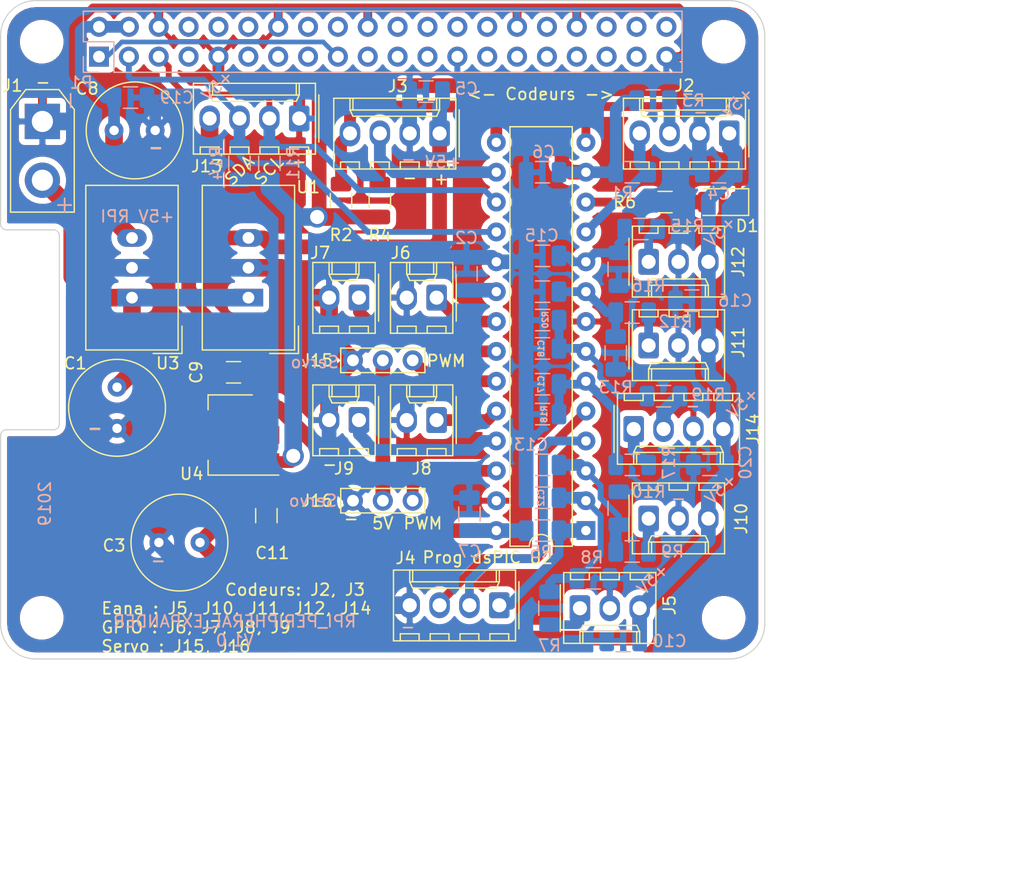
<source format=kicad_pcb>
(kicad_pcb (version 20171130) (host pcbnew 5.1.2-f72e74a~84~ubuntu18.04.1)
  (title_block (date "15 nov 2012"))
  (layers (0 F.Cu signal) (31 B.Cu signal) (34 B.Paste user) (35 F.Paste user) (36 B.SilkS user) (37 F.SilkS user) (38 B.Mask user) (39 F.Mask user) (44 Edge.Cuts user))
  (net 0 "")
  (net 1 +3V3)
  (net 2 +5V)
  (net 3 GND)
  (net 4 /ID_SD)
  (net 5 /ID_SC)
  (net 6 /GPIO5)
  (net 7 /GPIO6)
  (net 8 /GPIO26)
  (net 9 "/GPIO4(GCLK)")
  (net 10 "/GPIO14(TXD0)")
  (net 11 "/GPIO15(RXD0)")
  (net 12 "/GPIO17(GEN0)")
  (net 13 "/GPIO27(GEN2)")
  (net 14 "/GPIO22(GEN3)")
  (net 15 "/GPIO23(GEN4)")
  (net 16 "/GPIO24(GEN5)")
  (net 17 "/GPIO25(GEN6)")
  (net 18 "/GPIO18(GEN1)(PWM0)")
  (net 19 "/GPIO10(SPI0_MOSI)")
  (net 20 "/GPIO9(SPI0_MISO)")
  (net 21 "/GPIO11(SPI0_SCK)")
  (net 22 "/GPIO8(SPI0_CE_N)")
  (net 23 "/GPIO7(SPI1_CE_N)")
  (net 24 "/GPIO12(PWM0)")
  (net 25 "/GPIO13(PWM1)")
  (net 26 "/GPIO19(SPI1_MISO)")
  (net 27 /GPIO16)
  (net 28 "/GPIO20(SPI1_MOSI)")
  (net 29 "/GPIO21(SPI1_SCK)")
  (net 30 /VBAT)
  (net 31 "Net-(C2-Pad1)")
  (net 32 /3.3V_dsPIC)
  (net 33 /Eana1f)
  (net 34 /Eana2f)
  (net 35 /Eana3f)
  (net 36 /Eana4f)
  (net 37 "Net-(D1-Pad2)")
  (net 38 /dsPIC_MCLR)
  (net 39 /dsPIC_PGED1)
  (net 40 /dsPIC_PGEC1)
  (net 41 /Eana1)
  (net 42 /Eana2)
  (net 43 /Eana4)
  (net 44 /Eana3)
  (net 45 /I2C_SDA1)
  (net 46 /I2C_SCL1)
  (net 47 /+5V_RPI)
  (net 48 /Eana5f)
  (net 49 /Eana6f)
  (net 50 /Codeur1_B)
  (net 51 /Codeur1_A)
  (net 52 /Codeur2_A)
  (net 53 /Codeur2_B)
  (net 54 /GPIO1)
  (net 55 /GPIO2)
  (net 56 /GPIO3)
  (net 57 /GPIO4)
  (net 58 /Eana6)
  (net 59 /Eana5)
  (net 60 /SPWM1)
  (net 61 /SPWM2)
  (net 62 "Net-(R6-Pad2)")
  (module Capacitor_SMD:C_1206_3216Metric (layer B.Cu) (at 246.098 115.71)
    (fp_text reference C15 (at -0.0732 -1.7272 180) (layer B.SilkS) (effects (justify mirror)))
    (fp_text value Value)
    (pad 2 smd roundrect (at 1.4 0) (size 1.25 1.75) (layers B.Cu B.Paste B.Mask) (roundrect_rratio 0.2) (net 36 /Eana4f))
    (pad 1 smd roundrect (at -1.4 0) (size 1.25 1.75) (layers B.Cu B.Paste B.Mask) (roundrect_rratio 0.2) (net 3 GND))
  )
  (module Connector_Molex:Molex_KK-254_AE-6410-03A_1x03_P2.54mm_Vertical (layer F.Cu) (at 255.118 116.218)
    (fp_text reference J12 (at 7.62 0 90) (layer F.SilkS))
    (fp_text value Conn_01x03)
    (pad 3 thru_hole oval (at 5.08 0) (size 1.74 2.2) (drill 1.2) (layers *.Cu *.Mask) (net 2 +5V))
    (pad 2 thru_hole oval (at 2.54 0) (size 1.74 2.2) (drill 1.2) (layers *.Cu *.Mask) (net 3 GND))
    (pad 1 thru_hole roundrect (at 0 0) (size 1.74 2.2) (drill 1.2) (layers *.Cu *.Mask) (roundrect_rratio 0.143678) (net 43 /Eana4))
  )
  (module Connector_Molex:Molex_KK-254_AE-6410-02A_1x02_P2.54mm_Vertical (layer F.Cu) (at 237.084 119.266 180)
    (fp_text reference J6 (at 3.048 3.81) (layer F.SilkS))
    (fp_text value Conn_01x02)
    (pad 2 thru_hole oval (at 2.54 0 180) (size 1.74 2.2) (drill 1.2) (layers *.Cu *.Mask) (net 3 GND))
    (pad 1 thru_hole roundrect (at 0 0 180) (size 1.74 2.2) (drill 1.2) (layers *.Cu *.Mask) (roundrect_rratio 0.143678) (net 54 /GPIO1))
  )
  (module Connector_PinSocket_2.54mm:PinSocket_2x20_P2.54mm_Vertical (layer B.Cu) (at 208.37 98.77 270)
    (fp_text reference P1 (at 2.208 1.512) (layer B.SilkS) (effects (justify mirror)))
    (fp_text value Conn_02x20_Odd_Even)
    (pad 1 thru_hole rect (at 0 0 270) (size 1.7 1.7) (drill 1) (layers *.Cu *.Mask) (net 1 +3V3))
    (pad 2 thru_hole oval (at -2.54 0 270) (size 1.7 1.7) (drill 1) (layers *.Cu *.Mask) (net 47 /+5V_RPI))
    (pad 3 thru_hole oval (at 0 -2.54 270) (size 1.7 1.7) (drill 1) (layers *.Cu *.Mask) (net 45 /I2C_SDA1))
    (pad 4 thru_hole oval (at -2.54 -2.54 270) (size 1.7 1.7) (drill 1) (layers *.Cu *.Mask) (net 47 /+5V_RPI))
    (pad 5 thru_hole oval (at 0 -5.08 270) (size 1.7 1.7) (drill 1) (layers *.Cu *.Mask) (net 46 /I2C_SCL1))
    (pad 6 thru_hole oval (at -2.54 -5.08 270) (size 1.7 1.7) (drill 1) (layers *.Cu *.Mask) (net 3 GND))
    (pad 7 thru_hole oval (at 0 -7.62 270) (size 1.7 1.7) (drill 1) (layers *.Cu *.Mask) (net 9 "/GPIO4(GCLK)"))
    (pad 8 thru_hole oval (at -2.54 -7.62 270) (size 1.7 1.7) (drill 1) (layers *.Cu *.Mask) (net 10 "/GPIO14(TXD0)"))
    (pad 9 thru_hole oval (at 0 -10.16 270) (size 1.7 1.7) (drill 1) (layers *.Cu *.Mask) (net 3 GND))
    (pad 10 thru_hole oval (at -2.54 -10.16 270) (size 1.7 1.7) (drill 1) (layers *.Cu *.Mask) (net 11 "/GPIO15(RXD0)"))
    (pad 11 thru_hole oval (at 0 -12.7 270) (size 1.7 1.7) (drill 1) (layers *.Cu *.Mask) (net 12 "/GPIO17(GEN0)"))
    (pad 12 thru_hole oval (at -2.54 -12.7 270) (size 1.7 1.7) (drill 1) (layers *.Cu *.Mask) (net 18 "/GPIO18(GEN1)(PWM0)"))
    (pad 13 thru_hole oval (at 0 -15.24 270) (size 1.7 1.7) (drill 1) (layers *.Cu *.Mask) (net 13 "/GPIO27(GEN2)"))
    (pad 14 thru_hole oval (at -2.54 -15.24 270) (size 1.7 1.7) (drill 1) (layers *.Cu *.Mask) (net 3 GND))
    (pad 15 thru_hole oval (at 0 -17.78 270) (size 1.7 1.7) (drill 1) (layers *.Cu *.Mask) (net 14 "/GPIO22(GEN3)"))
    (pad 16 thru_hole oval (at -2.54 -17.78 270) (size 1.7 1.7) (drill 1) (layers *.Cu *.Mask) (net 15 "/GPIO23(GEN4)"))
    (pad 17 thru_hole oval (at 0 -20.32 270) (size 1.7 1.7) (drill 1) (layers *.Cu *.Mask) (net 1 +3V3))
    (pad 18 thru_hole oval (at -2.54 -20.32 270) (size 1.7 1.7) (drill 1) (layers *.Cu *.Mask) (net 16 "/GPIO24(GEN5)"))
    (pad 19 thru_hole oval (at 0 -22.86 270) (size 1.7 1.7) (drill 1) (layers *.Cu *.Mask) (net 19 "/GPIO10(SPI0_MOSI)"))
    (pad 20 thru_hole oval (at -2.54 -22.86 270) (size 1.7 1.7) (drill 1) (layers *.Cu *.Mask) (net 3 GND))
    (pad 21 thru_hole oval (at 0 -25.4 270) (size 1.7 1.7) (drill 1) (layers *.Cu *.Mask) (net 20 "/GPIO9(SPI0_MISO)"))
    (pad 22 thru_hole oval (at -2.54 -25.4 270) (size 1.7 1.7) (drill 1) (layers *.Cu *.Mask) (net 17 "/GPIO25(GEN6)"))
    (pad 23 thru_hole oval (at 0 -27.94 270) (size 1.7 1.7) (drill 1) (layers *.Cu *.Mask) (net 21 "/GPIO11(SPI0_SCK)"))
    (pad 24 thru_hole oval (at -2.54 -27.94 270) (size 1.7 1.7) (drill 1) (layers *.Cu *.Mask) (net 22 "/GPIO8(SPI0_CE_N)"))
    (pad 25 thru_hole oval (at 0 -30.48 270) (size 1.7 1.7) (drill 1) (layers *.Cu *.Mask) (net 3 GND))
    (pad 26 thru_hole oval (at -2.54 -30.48 270) (size 1.7 1.7) (drill 1) (layers *.Cu *.Mask) (net 23 "/GPIO7(SPI1_CE_N)"))
    (pad 27 thru_hole oval (at 0 -33.02 270) (size 1.7 1.7) (drill 1) (layers *.Cu *.Mask) (net 4 /ID_SD))
    (pad 28 thru_hole oval (at -2.54 -33.02 270) (size 1.7 1.7) (drill 1) (layers *.Cu *.Mask) (net 5 /ID_SC))
    (pad 29 thru_hole oval (at 0 -35.56 270) (size 1.7 1.7) (drill 1) (layers *.Cu *.Mask) (net 6 /GPIO5))
    (pad 30 thru_hole oval (at -2.54 -35.56 270) (size 1.7 1.7) (drill 1) (layers *.Cu *.Mask) (net 3 GND))
    (pad 31 thru_hole oval (at 0 -38.1 270) (size 1.7 1.7) (drill 1) (layers *.Cu *.Mask) (net 7 /GPIO6))
    (pad 32 thru_hole oval (at -2.54 -38.1 270) (size 1.7 1.7) (drill 1) (layers *.Cu *.Mask) (net 24 "/GPIO12(PWM0)"))
    (pad 33 thru_hole oval (at 0 -40.64 270) (size 1.7 1.7) (drill 1) (layers *.Cu *.Mask) (net 25 "/GPIO13(PWM1)"))
    (pad 34 thru_hole oval (at -2.54 -40.64 270) (size 1.7 1.7) (drill 1) (layers *.Cu *.Mask) (net 3 GND))
    (pad 35 thru_hole oval (at 0 -43.18 270) (size 1.7 1.7) (drill 1) (layers *.Cu *.Mask) (net 26 "/GPIO19(SPI1_MISO)"))
    (pad 36 thru_hole oval (at -2.54 -43.18 270) (size 1.7 1.7) (drill 1) (layers *.Cu *.Mask) (net 27 /GPIO16))
    (pad 37 thru_hole oval (at 0 -45.72 270) (size 1.7 1.7) (drill 1) (layers *.Cu *.Mask) (net 8 /GPIO26))
    (pad 38 thru_hole oval (at -2.54 -45.72 270) (size 1.7 1.7) (drill 1) (layers *.Cu *.Mask) (net 28 "/GPIO20(SPI1_MOSI)"))
    (pad 39 thru_hole oval (at 0 -48.26 270) (size 1.7 1.7) (drill 1) (layers *.Cu *.Mask) (net 3 GND))
    (pad 40 thru_hole oval (at -2.54 -48.26 270) (size 1.7 1.7) (drill 1) (layers *.Cu *.Mask) (net 29 "/GPIO21(SPI1_SCK)"))
  )
  (module MountingHole:MountingHole_2.7mm_M2.5 (layer F.Cu) (at 261.5 146.5)
    (fp_text reference MK4 hide)
    (fp_text value M2.5)
    (pad 1 np_thru_hole circle (at 0 0) (size 2.7 2.7) (drill 2.7) (layers *.Cu *.Mask))
  )
  (module MountingHole:MountingHole_2.7mm_M2.5 (layer F.Cu) (at 203.5 146.5)
    (fp_text reference MK3 hide)
    (fp_text value M2.5)
    (pad 1 np_thru_hole circle (at 0 0) (size 2.7 2.7) (drill 2.7) (layers *.Cu *.Mask))
  )
  (module MountingHole:MountingHole_2.7mm_M2.5 (layer F.Cu) (at 261.5 97.5 180)
    (fp_text reference MK2 hide)
    (fp_text value M2.5)
    (pad 1 np_thru_hole circle (at 0 0 180) (size 2.7 2.7) (drill 2.7) (layers *.Cu *.Mask))
  )
  (module MountingHole:MountingHole_2.7mm_M2.5 (layer F.Cu) (at 203.5 97.5 180)
    (fp_text reference MK1 hide)
    (fp_text value M2.5)
    (pad 1 np_thru_hole circle (at 0 0 180) (size 2.7 2.7) (drill 2.7) (layers *.Cu *.Mask))
  )
  (module Capacitor_THT:C_Radial_D8.0mm_H11.5mm_P3.50mm (layer F.Cu) (at 209.906 126.886 270)
    (fp_text reference C1 (at -2.032 3.556 180) (layer F.SilkS))
    (fp_text value 220u)
    (pad 2 thru_hole circle (at 3.5 0 270) (size 1.6 1.6) (drill 0.8) (layers *.Cu *.Mask) (net 3 GND))
    (pad 1 thru_hole circle (at 0 0 270) (size 1.6 1.6) (drill 0.8) (layers *.Cu *.Mask) (net 30 /VBAT))
  )
  (module Capacitor_SMD:C_1206_3216Metric (layer B.Cu) (at 239.624 117.234 90)
    (fp_text reference C2 (at 3.048 0 180) (layer B.SilkS) (effects (justify mirror)))
    (fp_text value 10u)
    (pad 2 smd roundrect (at 1.4 0 90) (size 1.25 1.75) (layers B.Cu B.Paste B.Mask) (roundrect_rratio 0.2) (net 3 GND))
    (pad 1 smd roundrect (at -1.4 0 90) (size 1.25 1.75) (layers B.Cu B.Paste B.Mask) (roundrect_rratio 0.2) (net 31 "Net-(C2-Pad1)"))
  )
  (module Capacitor_THT:C_Radial_D8.0mm_H11.5mm_P3.50mm (layer F.Cu) (at 216.962 140.094 180)
    (fp_text reference C3 (at 7.31 -0.254) (layer F.SilkS))
    (fp_text value 220u)
    (pad 2 thru_hole circle (at 3.5 0 180) (size 1.6 1.6) (drill 0.8) (layers *.Cu *.Mask) (net 3 GND))
    (pad 1 thru_hole circle (at 0 0 180) (size 1.6 1.6) (drill 0.8) (layers *.Cu *.Mask) (net 2 +5V))
  )
  (module Capacitor_SMD:C_1206_3216Metric (layer B.Cu) (at 236.192 101.74)
    (fp_text reference C5 (at 3.432 -0.254) (layer B.SilkS) (effects (justify mirror)))
    (fp_text value 47u)
    (pad 1 smd roundrect (at -1.4 0) (size 1.25 1.75) (layers B.Cu B.Paste B.Mask) (roundrect_rratio 0.2) (net 3 GND))
    (pad 2 smd roundrect (at 1.4 0) (size 1.25 1.75) (layers B.Cu B.Paste B.Mask) (roundrect_rratio 0.2) (net 2 +5V))
  )
  (module Capacitor_SMD:C_1206_3216Metric (layer B.Cu) (at 246.098 108.598 180)
    (fp_text reference C6 (at -0.0792 1.7272 180) (layer B.SilkS) (effects (justify mirror)))
    (fp_text value 100n)
    (pad 1 smd roundrect (at -1.4 0 180) (size 1.25 1.75) (layers B.Cu B.Paste B.Mask) (roundrect_rratio 0.2) (net 32 /3.3V_dsPIC))
    (pad 2 smd roundrect (at 1.4 0 180) (size 1.25 1.75) (layers B.Cu B.Paste B.Mask) (roundrect_rratio 0.2) (net 3 GND))
  )
  (module Capacitor_SMD:C_1206_3216Metric (layer B.Cu) (at 239.878 137.678 270)
    (fp_text reference C7 (at 3.178 0 180) (layer B.SilkS) (effects (justify mirror)))
    (fp_text value 100n)
    (pad 2 smd roundrect (at 1.4 0 270) (size 1.25 1.75) (layers B.Cu B.Paste B.Mask) (roundrect_rratio 0.2) (net 32 /3.3V_dsPIC))
    (pad 1 smd roundrect (at -1.4 0 270) (size 1.25 1.75) (layers B.Cu B.Paste B.Mask) (roundrect_rratio 0.2) (net 3 GND))
  )
  (module Capacitor_SMD:C_1206_3216Metric (layer F.Cu) (at 219.812 125.616 180)
    (fp_text reference C9 (at 3.178 0 270) (layer F.SilkS))
    (fp_text value 1u)
    (pad 1 smd roundrect (at -1.4 0 180) (size 1.25 1.75) (layers F.Cu F.Paste F.Mask) (roundrect_rratio 0.2) (net 2 +5V))
    (pad 2 smd roundrect (at 1.4 0 180) (size 1.25 1.75) (layers F.Cu F.Paste F.Mask) (roundrect_rratio 0.2) (net 3 GND))
  )
  (module Capacitor_SMD:C_1206_3216Metric (layer B.Cu) (at 252.956 148.476)
    (fp_text reference C10 (at 3.94 0) (layer B.SilkS) (effects (justify mirror)))
    (fp_text value 47u)
    (pad 2 smd roundrect (at 1.4 0) (size 1.25 1.75) (layers B.Cu B.Paste B.Mask) (roundrect_rratio 0.2) (net 2 +5V))
    (pad 1 smd roundrect (at -1.4 0) (size 1.25 1.75) (layers B.Cu B.Paste B.Mask) (roundrect_rratio 0.2) (net 3 GND))
  )
  (module Capacitor_SMD:C_1206_3216Metric (layer F.Cu) (at 222.606 137.808 270)
    (fp_text reference C11 (at 3.178 -0.508) (layer F.SilkS))
    (fp_text value 1u)
    (pad 1 smd roundrect (at -1.4 0 270) (size 1.25 1.75) (layers F.Cu F.Paste F.Mask) (roundrect_rratio 0.2) (net 32 /3.3V_dsPIC))
    (pad 2 smd roundrect (at 1.4 0 270) (size 1.25 1.75) (layers F.Cu F.Paste F.Mask) (roundrect_rratio 0.2) (net 3 GND))
  )
  (module Capacitor_SMD:C_1206_3216Metric (layer B.Cu) (at 246.098 136.284)
    (fp_text reference C12 (at -0.124 0 270) (layer B.SilkS) (effects (font (size 0.5 0.5) (thickness 0.125)) (justify mirror)))
    (fp_text value Value)
    (pad 1 smd roundrect (at -1.4 0) (size 1.25 1.75) (layers B.Cu B.Paste B.Mask) (roundrect_rratio 0.2) (net 3 GND))
    (pad 2 smd roundrect (at 1.4 0) (size 1.25 1.75) (layers B.Cu B.Paste B.Mask) (roundrect_rratio 0.2) (net 33 /Eana1f))
  )
  (module Capacitor_SMD:C_1206_3216Metric (layer B.Cu) (at 246.098 133.49)
    (fp_text reference C13 (at -0.9876 -1.7272 180) (layer B.SilkS) (effects (justify mirror)))
    (fp_text value Value)
    (pad 2 smd roundrect (at 1.4 0) (size 1.25 1.75) (layers B.Cu B.Paste B.Mask) (roundrect_rratio 0.2) (net 34 /Eana2f))
    (pad 1 smd roundrect (at -1.4 0) (size 1.25 1.75) (layers B.Cu B.Paste B.Mask) (roundrect_rratio 0.2) (net 3 GND))
  )
  (module Capacitor_SMD:C_1206_3216Metric (layer B.Cu) (at 246.098 118.758)
    (fp_text reference C14 hide)
    (fp_text value Value)
    (pad 2 smd roundrect (at 1.4 0) (size 1.25 1.75) (layers B.Cu B.Paste B.Mask) (roundrect_rratio 0.2) (net 35 /Eana3f))
    (pad 1 smd roundrect (at -1.4 0) (size 1.25 1.75) (layers B.Cu B.Paste B.Mask) (roundrect_rratio 0.2) (net 3 GND))
  )
  (module Capacitor_SMD:C_1206_3216Metric (layer B.Cu) (at 258.804 119.52)
    (fp_text reference C16 (at 3.68 0) (layer B.SilkS) (effects (justify mirror)))
    (fp_text value 47u)
    (pad 1 smd roundrect (at -1.4 0) (size 1.25 1.75) (layers B.Cu B.Paste B.Mask) (roundrect_rratio 0.2) (net 3 GND))
    (pad 2 smd roundrect (at 1.4 0) (size 1.25 1.75) (layers B.Cu B.Paste B.Mask) (roundrect_rratio 0.2) (net 2 +5V))
  )
  (module Capacitor_SMD:C_1206_3216Metric (layer B.Cu) (at 246.098 126.632)
    (fp_text reference C17 (at -0.124 0 90) (layer B.SilkS) (effects (font (size 0.5 0.5) (thickness 0.125)) (justify mirror)))
    (fp_text value Value)
    (pad 1 smd roundrect (at -1.4 0) (size 1.25 1.75) (layers B.Cu B.Paste B.Mask) (roundrect_rratio 0.2) (net 3 GND))
    (pad 2 smd roundrect (at 1.4 0) (size 1.25 1.75) (layers B.Cu B.Paste B.Mask) (roundrect_rratio 0.2) (net 48 /Eana5f))
  )
  (module Capacitor_SMD:C_1206_3216Metric (layer B.Cu) (at 246.098 123.584)
    (fp_text reference C18 (at -0.124 0 90) (layer B.SilkS) (effects (font (size 0.5 0.5) (thickness 0.125)) (justify mirror)))
    (fp_text value Value)
    (pad 2 smd roundrect (at 1.4 0) (size 1.25 1.75) (layers B.Cu B.Paste B.Mask) (roundrect_rratio 0.2) (net 49 /Eana6f))
    (pad 1 smd roundrect (at -1.4 0) (size 1.25 1.75) (layers B.Cu B.Paste B.Mask) (roundrect_rratio 0.2) (net 3 GND))
  )
  (module Capacitor_SMD:C_1206_3216Metric (layer B.Cu) (at 211.052 102.248 180)
    (fp_text reference C19 (at -3.934 0) (layer B.SilkS) (effects (justify mirror)))
    (fp_text value 100n)
    (pad 1 smd roundrect (at -1.4 0 180) (size 1.25 1.75) (layers B.Cu B.Paste B.Mask) (roundrect_rratio 0.2) (net 3 GND))
    (pad 2 smd roundrect (at 1.4 0 180) (size 1.25 1.75) (layers B.Cu B.Paste B.Mask) (roundrect_rratio 0.2) (net 47 /+5V_RPI))
  )
  (module Capacitor_SMD:C_1206_3216Metric (layer B.Cu) (at 260.328 133.49)
    (fp_text reference C20 (at 3.0196 -0.2032 90) (layer B.SilkS) (effects (justify mirror)))
    (fp_text value 47u)
    (pad 1 smd roundrect (at -1.4 0) (size 1.25 1.75) (layers B.Cu B.Paste B.Mask) (roundrect_rratio 0.2) (net 3 GND))
    (pad 2 smd roundrect (at 1.4 0) (size 1.25 1.75) (layers B.Cu B.Paste B.Mask) (roundrect_rratio 0.2) (net 2 +5V))
  )
  (module LED_SMD:LED_1206_3216Metric (layer F.Cu) (at 261.344 111.138 180)
    (fp_text reference D1 (at -2.156 -2.032) (layer F.SilkS))
    (fp_text value LED)
    (pad 1 smd roundrect (at -1.4 0 180) (size 1.25 1.75) (layers F.Cu F.Paste F.Mask) (roundrect_rratio 0.2) (net 3 GND))
    (pad 2 smd roundrect (at 1.4 0 180) (size 1.25 1.75) (layers F.Cu F.Paste F.Mask) (roundrect_rratio 0.2) (net 37 "Net-(D1-Pad2)"))
  )
  (module Connector_AMASS:AMASS_XT30UPB-M_1x02_P5.0mm_Vertical (layer F.Cu) (at 203.556 104.28 270)
    (fp_text reference J1 (at -3.048 2.54 180) (layer F.SilkS))
    (fp_text value Conn_XT30)
    (fp_text user - (at -1.778 -2.286 90) (layer B.SilkS) (effects (font (size 1.5 1.5))))
    (fp_text user + (at 7.112 -1.778 90) (layer B.SilkS) (effects (font (size 1.5 1.5))))
    (pad 1 thru_hole rect (at 0 0 270) (size 3 3) (drill 1.8) (layers *.Cu *.Mask) (net 3 GND))
    (pad 2 thru_hole circle (at 5 0 270) (size 3 3) (drill 1.8) (layers *.Cu *.Mask) (net 30 /VBAT))
  )
  (module Connector_Molex:Molex_KK-254_AE-6410-04A_1x04_P2.54mm_Vertical (layer F.Cu) (at 261.976 105.296 180)
    (fp_text reference J2 (at 3.81 4.064) (layer F.SilkS))
    (fp_text value Conn_01x04)
    (pad 4 thru_hole oval (at 7.62 0 180) (size 1.74 2.2) (drill 1.2) (layers *.Cu *.Mask) (net 51 /Codeur1_A))
    (pad 3 thru_hole oval (at 5.08 0 180) (size 1.74 2.2) (drill 1.2) (layers *.Cu *.Mask) (net 50 /Codeur1_B))
    (pad 2 thru_hole oval (at 2.54 0 180) (size 1.74 2.2) (drill 1.2) (layers *.Cu *.Mask) (net 3 GND))
    (pad 1 thru_hole roundrect (at 0 0 180) (size 1.74 2.2) (drill 1.2) (layers *.Cu *.Mask) (roundrect_rratio 0.143678) (net 2 +5V))
  )
  (module Connector_Molex:Molex_KK-254_AE-6410-04A_1x04_P2.54mm_Vertical (layer F.Cu) (at 237.338 105.296 180)
    (fp_text reference J3 (at 3.556 4.0132) (layer F.SilkS))
    (fp_text value Conn_01x04)
    (pad 1 thru_hole roundrect (at 0 0 180) (size 1.74 2.2) (drill 1.2) (layers *.Cu *.Mask) (roundrect_rratio 0.143678) (net 2 +5V))
    (pad 2 thru_hole oval (at 2.54 0 180) (size 1.74 2.2) (drill 1.2) (layers *.Cu *.Mask) (net 3 GND))
    (pad 3 thru_hole oval (at 5.08 0 180) (size 1.74 2.2) (drill 1.2) (layers *.Cu *.Mask) (net 53 /Codeur2_B))
    (pad 4 thru_hole oval (at 7.62 0 180) (size 1.74 2.2) (drill 1.2) (layers *.Cu *.Mask) (net 52 /Codeur2_A))
  )
  (module Connector_Molex:Molex_KK-254_AE-6410-04A_1x04_P2.54mm_Vertical (layer F.Cu) (at 242.418 145.428 180)
    (fp_text reference J4 (at 7.9756 4.0132) (layer F.SilkS))
    (fp_text value Conn_01x04)
    (pad 1 thru_hole roundrect (at 0 0 180) (size 1.74 2.2) (drill 1.2) (layers *.Cu *.Mask) (roundrect_rratio 0.143678) (net 38 /dsPIC_MCLR))
    (pad 2 thru_hole oval (at 2.54 0 180) (size 1.74 2.2) (drill 1.2) (layers *.Cu *.Mask) (net 39 /dsPIC_PGED1))
    (pad 3 thru_hole oval (at 5.08 0 180) (size 1.74 2.2) (drill 1.2) (layers *.Cu *.Mask) (net 40 /dsPIC_PGEC1))
    (pad 4 thru_hole oval (at 7.62 0 180) (size 1.74 2.2) (drill 1.2) (layers *.Cu *.Mask) (net 3 GND))
  )
  (module Connector_Molex:Molex_KK-254_AE-6410-02A_1x02_P2.54mm_Vertical (layer F.Cu) (at 237.084 129.68 180)
    (fp_text reference J8 (at 1.27 -4.12) (layer F.SilkS))
    (fp_text value Conn_01x02)
    (pad 2 thru_hole oval (at 2.54 0 180) (size 1.74 2.2) (drill 1.2) (layers *.Cu *.Mask) (net 3 GND))
    (pad 1 thru_hole roundrect (at 0 0 180) (size 1.74 2.2) (drill 1.2) (layers *.Cu *.Mask) (roundrect_rratio 0.143678) (net 56 /GPIO3))
  )
  (module Connector_Molex:Molex_KK-254_AE-6410-02A_1x02_P2.54mm_Vertical (layer F.Cu) (at 230.48 129.68 180)
    (fp_text reference J9 (at 1.27 -4.12) (layer F.SilkS))
    (fp_text value Conn_01x02)
    (pad 1 thru_hole roundrect (at 0 0 180) (size 1.74 2.2) (drill 1.2) (layers *.Cu *.Mask) (roundrect_rratio 0.143678) (net 57 /GPIO4))
    (pad 2 thru_hole oval (at 2.54 0 180) (size 1.74 2.2) (drill 1.2) (layers *.Cu *.Mask) (net 3 GND))
  )
  (module Resistor_SMD:R_1206_3216Metric (layer B.Cu) (at 253.724 108.598 180)
    (fp_text reference R1 (at 0.892 -1.778) (layer B.SilkS) (effects (justify mirror)))
    (fp_text value 10k)
    (pad 1 smd roundrect (at -1.4 0 180) (size 1.25 1.75) (layers B.Cu B.Paste B.Mask) (roundrect_rratio 0.2) (net 51 /Codeur1_A))
    (pad 2 smd roundrect (at 1.4 0 180) (size 1.25 1.75) (layers B.Cu B.Paste B.Mask) (roundrect_rratio 0.2) (net 32 /3.3V_dsPIC))
  )
  (module Resistor_SMD:R_1206_3216Metric (layer F.Cu) (at 228.956 111.008 270)
    (fp_text reference R2 (at 2.924 0 180) (layer F.SilkS))
    (fp_text value 10k)
    (pad 1 smd roundrect (at -1.4 0 270) (size 1.25 1.75) (layers F.Cu F.Paste F.Mask) (roundrect_rratio 0.2) (net 52 /Codeur2_A))
    (pad 2 smd roundrect (at 1.4 0 270) (size 1.25 1.75) (layers F.Cu F.Paste F.Mask) (roundrect_rratio 0.2) (net 32 /3.3V_dsPIC))
  )
  (module Resistor_SMD:R_1206_3216Metric (layer B.Cu) (at 255.496 102.502 180)
    (fp_text reference R3 (at -3.432 0) (layer B.SilkS) (effects (justify mirror)))
    (fp_text value 10k)
    (pad 1 smd roundrect (at -1.4 0 180) (size 1.25 1.75) (layers B.Cu B.Paste B.Mask) (roundrect_rratio 0.2) (net 50 /Codeur1_B))
    (pad 2 smd roundrect (at 1.4 0 180) (size 1.25 1.75) (layers B.Cu B.Paste B.Mask) (roundrect_rratio 0.2) (net 32 /3.3V_dsPIC))
  )
  (module Resistor_SMD:R_1206_3216Metric (layer F.Cu) (at 232.258 111.008 270)
    (fp_text reference R4 (at 2.924 0 180) (layer F.SilkS))
    (fp_text value 10k)
    (pad 2 smd roundrect (at 1.4 0 270) (size 1.25 1.75) (layers F.Cu F.Paste F.Mask) (roundrect_rratio 0.2) (net 32 /3.3V_dsPIC))
    (pad 1 smd roundrect (at -1.4 0 270) (size 1.25 1.75) (layers F.Cu F.Paste F.Mask) (roundrect_rratio 0.2) (net 53 /Codeur2_B))
  )
  (module Resistor_SMD:R_1206_3216Metric (layer B.Cu) (at 246.098 139.078)
    (fp_text reference R5 (at -0.124 1.8288 180) (layer B.SilkS) (effects (justify mirror)))
    (fp_text value 10k)
    (pad 2 smd roundrect (at 1.4 0) (size 1.25 1.75) (layers B.Cu B.Paste B.Mask) (roundrect_rratio 0.2) (net 38 /dsPIC_MCLR))
    (pad 1 smd roundrect (at -1.4 0) (size 1.25 1.75) (layers B.Cu B.Paste B.Mask) (roundrect_rratio 0.2) (net 32 /3.3V_dsPIC))
  )
  (module Resistor_SMD:R_1206_3216Metric (layer F.Cu) (at 256.518 111.138 180)
    (fp_text reference R6 (at 3.432 0) (layer F.SilkS))
    (fp_text value 4.7k)
    (pad 1 smd roundrect (at -1.4 0 180) (size 1.25 1.75) (layers F.Cu F.Paste F.Mask) (roundrect_rratio 0.2) (net 37 "Net-(D1-Pad2)"))
    (pad 2 smd roundrect (at 1.4 0 180) (size 1.25 1.75) (layers F.Cu F.Paste F.Mask) (roundrect_rratio 0.2) (net 62 "Net-(R6-Pad2)"))
  )
  (module Resistor_SMD:R_1206_3216Metric (layer B.Cu) (at 246.6852 145.682 90)
    (fp_text reference R7 (at -3.172 0 180) (layer B.SilkS) (effects (justify mirror)))
    (fp_text value R)
    (pad 1 smd roundrect (at -1.4 0 90) (size 1.25 1.75) (layers B.Cu B.Paste B.Mask) (roundrect_rratio 0.2) (net 41 /Eana1))
    (pad 2 smd roundrect (at 1.4 0 90) (size 1.25 1.75) (layers B.Cu B.Paste B.Mask) (roundrect_rratio 0.2) (net 33 /Eana1f))
  )
  (module Resistor_SMD:R_1206_3216Metric (layer B.Cu) (at 250.422 143.142)
    (fp_text reference R8 (at -0.13 -1.778) (layer B.SilkS) (effects (justify mirror)))
    (fp_text value R)
    (pad 2 smd roundrect (at 1.4 0) (size 1.25 1.75) (layers B.Cu B.Paste B.Mask) (roundrect_rratio 0.2) (net 3 GND))
    (pad 1 smd roundrect (at -1.4 0) (size 1.25 1.75) (layers B.Cu B.Paste B.Mask) (roundrect_rratio 0.2) (net 33 /Eana1f))
  )
  (module Resistor_SMD:R_1206_3216Metric (layer B.Cu) (at 253.718 140.856 180)
    (fp_text reference R9 (at -3.432 0) (layer B.SilkS) (effects (justify mirror)))
    (fp_text value R)
    (pad 2 smd roundrect (at 1.4 0 180) (size 1.25 1.75) (layers B.Cu B.Paste B.Mask) (roundrect_rratio 0.2) (net 34 /Eana2f))
    (pad 1 smd roundrect (at -1.4 0 180) (size 1.25 1.75) (layers B.Cu B.Paste B.Mask) (roundrect_rratio 0.2) (net 42 /Eana2))
  )
  (module Resistor_SMD:R_1206_3216Metric (layer B.Cu) (at 252.578 137.176 90)
    (fp_text reference R10 (at 1.4 2.54 180) (layer B.SilkS) (effects (justify mirror)))
    (fp_text value R)
    (pad 1 smd roundrect (at -1.4 0 90) (size 1.25 1.75) (layers B.Cu B.Paste B.Mask) (roundrect_rratio 0.2) (net 34 /Eana2f))
    (pad 2 smd roundrect (at 1.4 0 90) (size 1.25 1.75) (layers B.Cu B.Paste B.Mask) (roundrect_rratio 0.2) (net 3 GND))
  )
  (module Resistor_SMD:R_1206_3216Metric (layer B.Cu) (at 222.86 107.836 270)
    (fp_text reference R11 (at 0 -2.032 90) (layer B.SilkS) (effects (justify mirror)))
    (fp_text value 4.7k)
    (pad 1 smd roundrect (at -1.4 0 270) (size 1.25 1.75) (layers B.Cu B.Paste B.Mask) (roundrect_rratio 0.2) (net 46 /I2C_SCL1))
    (pad 2 smd roundrect (at 1.4 0 270) (size 1.25 1.75) (layers B.Cu B.Paste B.Mask) (roundrect_rratio 0.2) (net 32 /3.3V_dsPIC))
  )
  (module Resistor_SMD:R_1206_3216Metric (layer B.Cu) (at 253.718 120.536 180)
    (fp_text reference R12 (at -3.686 -0.762) (layer B.SilkS) (effects (justify mirror)))
    (fp_text value R)
    (pad 2 smd roundrect (at 1.4 0 180) (size 1.25 1.75) (layers B.Cu B.Paste B.Mask) (roundrect_rratio 0.2) (net 35 /Eana3f))
    (pad 1 smd roundrect (at -1.4 0 180) (size 1.25 1.75) (layers B.Cu B.Paste B.Mask) (roundrect_rratio 0.2) (net 44 /Eana3))
  )
  (module Resistor_SMD:R_1206_3216Metric (layer B.Cu) (at 252.324 123.968 270)
    (fp_text reference R13 (at 2.918 0) (layer B.SilkS) (effects (justify mirror)))
    (fp_text value R)
    (pad 2 smd roundrect (at 1.4 0 270) (size 1.25 1.75) (layers B.Cu B.Paste B.Mask) (roundrect_rratio 0.2) (net 3 GND))
    (pad 1 smd roundrect (at -1.4 0 270) (size 1.25 1.75) (layers B.Cu B.Paste B.Mask) (roundrect_rratio 0.2) (net 35 /Eana3f))
  )
  (module Resistor_SMD:R_1206_3216Metric (layer B.Cu) (at 220.32 107.836 270)
    (fp_text reference R14 (at 0 1.9812 90) (layer B.SilkS) (effects (justify mirror)))
    (fp_text value 4.7k)
    (pad 2 smd roundrect (at 1.4 0 270) (size 1.25 1.75) (layers B.Cu B.Paste B.Mask) (roundrect_rratio 0.2) (net 32 /3.3V_dsPIC))
    (pad 1 smd roundrect (at -1.4 0 270) (size 1.25 1.75) (layers B.Cu B.Paste B.Mask) (roundrect_rratio 0.2) (net 45 /I2C_SDA1))
  )
  (module Resistor_SMD:R_1206_3216Metric (layer B.Cu) (at 254.48 113.424 180)
    (fp_text reference R15 (at -3.94 0.254) (layer B.SilkS) (effects (justify mirror)))
    (fp_text value R)
    (pad 1 smd roundrect (at -1.4 0 180) (size 1.25 1.75) (layers B.Cu B.Paste B.Mask) (roundrect_rratio 0.2) (net 43 /Eana4))
    (pad 2 smd roundrect (at 1.4 0 180) (size 1.25 1.75) (layers B.Cu B.Paste B.Mask) (roundrect_rratio 0.2) (net 36 /Eana4f))
  )
  (module Resistor_SMD:R_1206_3216Metric (layer B.Cu) (at 252.578 116.85 270)
    (fp_text reference R16 (at 1.4 -2.54 180) (layer B.SilkS) (effects (justify mirror)))
    (fp_text value R)
    (pad 2 smd roundrect (at 1.4 0 270) (size 1.25 1.75) (layers B.Cu B.Paste B.Mask) (roundrect_rratio 0.2) (net 3 GND))
    (pad 1 smd roundrect (at -1.4 0 270) (size 1.25 1.75) (layers B.Cu B.Paste B.Mask) (roundrect_rratio 0.2) (net 36 /Eana4f))
  )
  (module Resistor_SMD:R_1206_3216Metric (layer B.Cu) (at 253.724 133.49 180)
    (fp_text reference R17 (at -3.1212 0.2032 270) (layer B.SilkS) (effects (justify mirror)))
    (fp_text value R)
    (pad 1 smd roundrect (at -1.4 0 180) (size 1.25 1.75) (layers B.Cu B.Paste B.Mask) (roundrect_rratio 0.2) (net 59 /Eana5))
    (pad 2 smd roundrect (at 1.4 0 180) (size 1.25 1.75) (layers B.Cu B.Paste B.Mask) (roundrect_rratio 0.2) (net 48 /Eana5f))
  )
  (module Resistor_SMD:R_1206_3216Metric (layer B.Cu) (at 246.098 129.172 180)
    (fp_text reference R18 (at -0.13 0 90) (layer B.SilkS) (effects (font (size 0.5 0.5) (thickness 0.125)) (justify mirror)))
    (fp_text value R)
    (pad 2 smd roundrect (at 1.4 0 180) (size 1.25 1.75) (layers B.Cu B.Paste B.Mask) (roundrect_rratio 0.2) (net 3 GND))
    (pad 1 smd roundrect (at -1.4 0 180) (size 1.25 1.75) (layers B.Cu B.Paste B.Mask) (roundrect_rratio 0.2) (net 48 /Eana5f))
  )
  (module Resistor_SMD:R_1206_3216Metric (layer B.Cu) (at 256.385 127.648 180)
    (fp_text reference R19 (at -3.813 0.127) (layer B.SilkS) (effects (justify mirror)))
    (fp_text value R)
    (pad 1 smd roundrect (at -1.4 0 180) (size 1.25 1.75) (layers B.Cu B.Paste B.Mask) (roundrect_rratio 0.2) (net 58 /Eana6))
    (pad 2 smd roundrect (at 1.4 0 180) (size 1.25 1.75) (layers B.Cu B.Paste B.Mask) (roundrect_rratio 0.2) (net 49 /Eana6f))
  )
  (module Resistor_SMD:R_1206_3216Metric (layer B.Cu) (at 246.104 121.171 180)
    (fp_text reference R20 (at -0.2256 0.0254 90) (layer B.SilkS) (effects (font (size 0.5 0.5) (thickness 0.125)) (justify mirror)))
    (fp_text value R)
    (pad 2 smd roundrect (at 1.4 0 180) (size 1.25 1.75) (layers B.Cu B.Paste B.Mask) (roundrect_rratio 0.2) (net 3 GND))
    (pad 1 smd roundrect (at -1.4 0 180) (size 1.25 1.75) (layers B.Cu B.Paste B.Mask) (roundrect_rratio 0.2) (net 49 /Eana6f))
  )
  (module Package_TO_SOT_SMD:SOT-223-3_TabPin2 (layer F.Cu) (at 219.558 130.95 180)
    (fp_text reference U4 (at 3.302 -3.302) (layer F.SilkS))
    (fp_text value MCP1804x-3302xDB)
    (pad 2 smd rect (at 3.15 0 180) (size 2 3.8) (layers F.Cu F.Paste F.Mask) (net 3 GND))
    (pad 2 smd rect (at -3.15 0 180) (size 2 1.5) (layers F.Cu F.Paste F.Mask) (net 3 GND))
    (pad 3 smd rect (at -3.15 2.3 180) (size 2 1.5) (layers F.Cu F.Paste F.Mask) (net 2 +5V))
    (pad 1 smd rect (at -3.15 -2.3 180) (size 2 1.5) (layers F.Cu F.Paste F.Mask) (net 32 /3.3V_dsPIC))
  )
  (module Convert_DCDC:Converter_DCDC_TRACO_TSR-2_THT (layer F.Cu) (at 221.082 119.266 90)
    (fp_text reference U1 (at 9.398 5.08 180) (layer F.SilkS))
    (fp_text value TSR_2-2450)
    (pad 1 thru_hole rect (at 0 0 90) (size 1.5 2.5) (drill 1) (layers *.Cu *.Mask) (net 30 /VBAT))
    (pad 2 thru_hole oval (at 2.54 0 90) (size 1.5 2.5) (drill 1) (layers *.Cu *.Mask) (net 3 GND))
    (pad 3 thru_hole oval (at 5.08 0 90) (size 1.5 2.5) (drill 1) (layers *.Cu *.Mask) (net 2 +5V))
  )
  (module Capacitor_SMD:C_1206_3216Metric (layer B.Cu) (at 261.084 108.598)
    (fp_text reference C4 (at 0 1.82) (layer B.SilkS) (effects (justify mirror)))
    (fp_text value 47u)
    (pad 1 smd roundrect (at -1.4 0) (size 1.25 1.75) (layers B.Cu B.Paste B.Mask) (roundrect_rratio 0.2) (net 3 GND))
    (pad 2 smd roundrect (at 1.4 0) (size 1.25 1.75) (layers B.Cu B.Paste B.Mask) (roundrect_rratio 0.2) (net 2 +5V))
  )
  (module Capacitor_THT:C_Radial_D8.0mm_H11.5mm_P3.50mm (layer F.Cu) (at 209.652 105.042)
    (fp_text reference C8 (at -2.286 -3.556) (layer F.SilkS))
    (fp_text value 220u)
    (pad 1 thru_hole circle (at 0 0) (size 1.6 1.6) (drill 0.8) (layers *.Cu *.Mask) (net 47 /+5V_RPI))
    (pad 2 thru_hole circle (at 3.5 0) (size 1.6 1.6) (drill 0.8) (layers *.Cu *.Mask) (net 3 GND))
  )
  (module Connector_Molex:Molex_KK-254_AE-6410-03A_1x03_P2.54mm_Vertical (layer F.Cu) (at 249.276 145.682)
    (fp_text reference J5 (at 7.62 -0.254 90) (layer F.SilkS))
    (fp_text value Conn_01x03)
    (pad 1 thru_hole roundrect (at 0 0) (size 1.74 2.2) (drill 1.2) (layers *.Cu *.Mask) (roundrect_rratio 0.143678) (net 41 /Eana1))
    (pad 2 thru_hole oval (at 2.54 0) (size 1.74 2.2) (drill 1.2) (layers *.Cu *.Mask) (net 3 GND))
    (pad 3 thru_hole oval (at 5.08 0) (size 1.74 2.2) (drill 1.2) (layers *.Cu *.Mask) (net 2 +5V))
  )
  (module Connector_Molex:Molex_KK-254_AE-6410-02A_1x02_P2.54mm_Vertical (layer F.Cu) (at 230.48 119.266 180)
    (fp_text reference J7 (at 3.302 3.81) (layer F.SilkS))
    (fp_text value Conn_01x02)
    (pad 1 thru_hole roundrect (at 0 0 180) (size 1.74 2.2) (drill 1.2) (layers *.Cu *.Mask) (roundrect_rratio 0.143678) (net 55 /GPIO2))
    (pad 2 thru_hole oval (at 2.54 0 180) (size 1.74 2.2) (drill 1.2) (layers *.Cu *.Mask) (net 3 GND))
  )
  (module Connector_Molex:Molex_KK-254_AE-6410-03A_1x03_P2.54mm_Vertical (layer F.Cu) (at 255.118 138.062)
    (fp_text reference J10 (at 7.874 0 90) (layer F.SilkS))
    (fp_text value Conn_01x03)
    (pad 3 thru_hole oval (at 5.08 0) (size 1.74 2.2) (drill 1.2) (layers *.Cu *.Mask) (net 2 +5V))
    (pad 2 thru_hole oval (at 2.54 0) (size 1.74 2.2) (drill 1.2) (layers *.Cu *.Mask) (net 3 GND))
    (pad 1 thru_hole roundrect (at 0 0) (size 1.74 2.2) (drill 1.2) (layers *.Cu *.Mask) (roundrect_rratio 0.143678) (net 42 /Eana2))
  )
  (module Connector_Molex:Molex_KK-254_AE-6410-03A_1x03_P2.54mm_Vertical (layer F.Cu) (at 255.118 123.33)
    (fp_text reference J11 (at 7.62 -0.254 90) (layer F.SilkS))
    (fp_text value Conn_01x03)
    (pad 1 thru_hole roundrect (at 0 0) (size 1.74 2.2) (drill 1.2) (layers *.Cu *.Mask) (roundrect_rratio 0.143678) (net 44 /Eana3))
    (pad 2 thru_hole oval (at 2.54 0) (size 1.74 2.2) (drill 1.2) (layers *.Cu *.Mask) (net 3 GND))
    (pad 3 thru_hole oval (at 5.08 0) (size 1.74 2.2) (drill 1.2) (layers *.Cu *.Mask) (net 2 +5V))
  )
  (module Connector_Molex:Molex_KK-254_AE-6410-04A_1x04_P2.54mm_Vertical (layer F.Cu) (at 225.4 104.026 180)
    (fp_text reference J13 (at 7.874 -4.064) (layer F.SilkS))
    (fp_text value Conn_01x04)
    (pad 4 thru_hole oval (at 7.62 0 180) (size 1.74 2.2) (drill 1.2) (layers *.Cu *.Mask) (net 2 +5V))
    (pad 3 thru_hole oval (at 5.08 0 180) (size 1.74 2.2) (drill 1.2) (layers *.Cu *.Mask) (net 45 /I2C_SDA1))
    (pad 2 thru_hole oval (at 2.54 0 180) (size 1.74 2.2) (drill 1.2) (layers *.Cu *.Mask) (net 46 /I2C_SCL1))
    (pad 1 thru_hole roundrect (at 0 0 180) (size 1.74 2.2) (drill 1.2) (layers *.Cu *.Mask) (roundrect_rratio 0.143678) (net 3 GND))
  )
  (module Connector_Molex:Molex_KK-254_AE-6410-04A_1x04_P2.54mm_Vertical (layer F.Cu) (at 253.848 130.442)
    (fp_text reference J14 (at 10.16 0 90) (layer F.SilkS))
    (fp_text value Conn_01x04)
    (pad 1 thru_hole roundrect (at 0 0) (size 1.74 2.2) (drill 1.2) (layers *.Cu *.Mask) (roundrect_rratio 0.143678) (net 59 /Eana5))
    (pad 2 thru_hole oval (at 2.54 0) (size 1.74 2.2) (drill 1.2) (layers *.Cu *.Mask) (net 58 /Eana6))
    (pad 3 thru_hole oval (at 5.08 0) (size 1.74 2.2) (drill 1.2) (layers *.Cu *.Mask) (net 3 GND))
    (pad 4 thru_hole oval (at 7.62 0) (size 1.74 2.2) (drill 1.2) (layers *.Cu *.Mask) (net 2 +5V))
  )
  (module Servomotors:Servomotor-3x254 (layer F.Cu) (at 235.052 124.6 180)
    (fp_text reference J15 (at 8.128 0) (layer F.SilkS))
    (fp_text value Conn_01x03)
    (pad 1 thru_hole circle (at 0 0 180) (size 1.7 1.7) (drill 1) (layers *.Cu *.Mask) (net 60 /SPWM1))
    (pad 2 thru_hole circle (at 2.54 0 180) (size 1.7 1.7) (drill 1) (layers *.Cu *.Mask) (net 2 +5V))
    (pad 3 thru_hole circle (at 5.08 0 180) (size 1.7 1.7) (drill 1) (layers *.Cu *.Mask) (net 3 GND))
  )
  (module Servomotors:Servomotor-3x254 (layer F.Cu) (at 235.052 136.538 180)
    (fp_text reference J16 (at 8.128 0) (layer F.SilkS))
    (fp_text value Conn_01x03)
    (pad 3 thru_hole circle (at 5.08 0 180) (size 1.7 1.7) (drill 1) (layers *.Cu *.Mask) (net 3 GND))
    (pad 2 thru_hole circle (at 2.54 0 180) (size 1.7 1.7) (drill 1) (layers *.Cu *.Mask) (net 2 +5V))
    (pad 1 thru_hole circle (at 0 0 180) (size 1.7 1.7) (drill 1) (layers *.Cu *.Mask) (net 61 /SPWM2))
  )
  (module Package_DIP:DIP-28_W7.62mm (layer F.Cu) (at 249.784 139.078 180)
    (fp_text reference U2 (at 3.81 -2.33) (layer F.SilkS))
    (fp_text value DSPIC33FJ128MC802-xSP)
    (pad 1 thru_hole rect (at 0 0 180) (size 1.6 1.6) (drill 0.8) (layers *.Cu *.Mask) (net 38 /dsPIC_MCLR))
    (pad 15 thru_hole oval (at 7.62 33.02 180) (size 1.6 1.6) (drill 0.8) (layers *.Cu *.Mask) (net 52 /Codeur2_A))
    (pad 2 thru_hole oval (at 0 2.54 180) (size 1.6 1.6) (drill 0.8) (layers *.Cu *.Mask) (net 33 /Eana1f))
    (pad 16 thru_hole oval (at 7.62 30.48 180) (size 1.6 1.6) (drill 0.8) (layers *.Cu *.Mask) (net 53 /Codeur2_B))
    (pad 3 thru_hole oval (at 0 5.08 180) (size 1.6 1.6) (drill 0.8) (layers *.Cu *.Mask) (net 34 /Eana2f))
    (pad 17 thru_hole oval (at 7.62 27.94 180) (size 1.6 1.6) (drill 0.8) (layers *.Cu *.Mask) (net 46 /I2C_SCL1))
    (pad 4 thru_hole oval (at 0 7.62 180) (size 1.6 1.6) (drill 0.8) (layers *.Cu *.Mask) (net 39 /dsPIC_PGED1))
    (pad 18 thru_hole oval (at 7.62 25.4 180) (size 1.6 1.6) (drill 0.8) (layers *.Cu *.Mask) (net 45 /I2C_SDA1))
    (pad 5 thru_hole oval (at 0 10.16 180) (size 1.6 1.6) (drill 0.8) (layers *.Cu *.Mask) (net 40 /dsPIC_PGEC1))
    (pad 19 thru_hole oval (at 7.62 22.86 180) (size 1.6 1.6) (drill 0.8) (layers *.Cu *.Mask) (net 3 GND))
    (pad 6 thru_hole oval (at 0 12.7 180) (size 1.6 1.6) (drill 0.8) (layers *.Cu *.Mask) (net 48 /Eana5f))
    (pad 20 thru_hole oval (at 7.62 20.32 180) (size 1.6 1.6) (drill 0.8) (layers *.Cu *.Mask) (net 31 "Net-(C2-Pad1)"))
    (pad 7 thru_hole oval (at 0 15.24 180) (size 1.6 1.6) (drill 0.8) (layers *.Cu *.Mask) (net 49 /Eana6f))
    (pad 21 thru_hole oval (at 7.62 17.78 180) (size 1.6 1.6) (drill 0.8) (layers *.Cu *.Mask) (net 54 /GPIO1))
    (pad 8 thru_hole oval (at 0 17.78 180) (size 1.6 1.6) (drill 0.8) (layers *.Cu *.Mask) (net 3 GND))
    (pad 22 thru_hole oval (at 7.62 15.24 180) (size 1.6 1.6) (drill 0.8) (layers *.Cu *.Mask) (net 55 /GPIO2))
    (pad 9 thru_hole oval (at 0 20.32 180) (size 1.6 1.6) (drill 0.8) (layers *.Cu *.Mask) (net 35 /Eana3f))
    (pad 23 thru_hole oval (at 7.62 12.7 180) (size 1.6 1.6) (drill 0.8) (layers *.Cu *.Mask) (net 60 /SPWM1))
    (pad 10 thru_hole oval (at 0 22.86 180) (size 1.6 1.6) (drill 0.8) (layers *.Cu *.Mask) (net 36 /Eana4f))
    (pad 24 thru_hole oval (at 7.62 10.16 180) (size 1.6 1.6) (drill 0.8) (layers *.Cu *.Mask) (net 56 /GPIO3))
    (pad 11 thru_hole oval (at 0 25.4 180) (size 1.6 1.6) (drill 0.8) (layers *.Cu *.Mask) (net 51 /Codeur1_A))
    (pad 25 thru_hole oval (at 7.62 7.62 180) (size 1.6 1.6) (drill 0.8) (layers *.Cu *.Mask) (net 57 /GPIO4))
    (pad 12 thru_hole oval (at 0 27.94 180) (size 1.6 1.6) (drill 0.8) (layers *.Cu *.Mask) (net 62 "Net-(R6-Pad2)"))
    (pad 26 thru_hole oval (at 7.62 5.08 180) (size 1.6 1.6) (drill 0.8) (layers *.Cu *.Mask) (net 61 /SPWM2))
    (pad 13 thru_hole oval (at 0 30.48 180) (size 1.6 1.6) (drill 0.8) (layers *.Cu *.Mask) (net 32 /3.3V_dsPIC))
    (pad 27 thru_hole oval (at 7.62 2.54 180) (size 1.6 1.6) (drill 0.8) (layers *.Cu *.Mask) (net 3 GND))
    (pad 14 thru_hole oval (at 0 33.02 180) (size 1.6 1.6) (drill 0.8) (layers *.Cu *.Mask) (net 50 /Codeur1_B))
    (pad 28 thru_hole oval (at 7.62 0 180) (size 1.6 1.6) (drill 0.8) (layers *.Cu *.Mask) (net 32 /3.3V_dsPIC))
  )
  (module Convert_DCDC:Converter_DCDC_TRACO_TSR-2_THT (layer F.Cu) (at 211.176 119.266 90)
    (fp_text reference U3 (at -5.588 3.048 180) (layer F.SilkS))
    (fp_text value TSR_2-2450)
    (pad 1 thru_hole rect (at 0 0 90) (size 1.5 2.5) (drill 1) (layers *.Cu *.Mask) (net 30 /VBAT))
    (pad 2 thru_hole oval (at 2.54 0 90) (size 1.5 2.5) (drill 1) (layers *.Cu *.Mask) (net 3 GND))
    (pad 3 thru_hole oval (at 5.08 0 90) (size 1.5 2.5) (drill 1) (layers *.Cu *.Mask) (net 47 /+5V_RPI))
  )
  (gr_text Servo (at 226.7208 124.7524) (layer B.SilkS) (effects (font (size 1 1)) (justify mirror)))
  (gr_text Servo (at 226.5684 136.538) (layer B.SilkS) (effects (font (size 1 1)) (justify mirror)))
  (gr_text "Prog dsPIC" (at 240.0812 141.364) (layer F.SilkS) (effects (font (size 1 1))))
  (gr_text "Codeurs: J2, J3" (at 225.0444 144.1072) (layer F.SilkS) (effects (font (size 1 1))))
  (gr_text "+5V RPI" (at 211.6332 112.3572) (layer B.SilkS) (effects (font (size 1 1)) (justify mirror)))
  (gr_text - (at 213.208 106.5152) (layer B.SilkS) (effects (font (size 1 1)) (justify mirror)))
  (gr_text - (at 208.0264 130.3912) (layer B.SilkS) (effects (font (size 1 1)) (justify mirror)))
  (gr_text - (at 213.4112 141.618) (layer B.SilkS) (effects (font (size 1 1)) (justify mirror)))
  (gr_text - (at 213.4112 141.618) (layer F.SilkS) (effects (font (size 1 1))))
  (gr_text - (at 208.0264 130.3404) (layer F.SilkS) (effects (font (size 1 1))))
  (gr_text - (at 213.208 106.4644) (layer F.SilkS) (effects (font (size 1 1))))
  (gr_text - (at 203.6068 100.9272) (layer F.SilkS) (effects (font (size 1 1))))
  (gr_text - (at 234.6964 107.4804) (layer B.SilkS) (effects (font (size 1 1)) (justify mirror)))
  (gr_text - (at 259.5376 103.4672) (layer B.SilkS) (effects (font (size 1 1)) (justify mirror)))
  (gr_text 2019 (at 203.7592 136.792 90) (layer B.SilkS) (effects (font (size 1 1)) (justify mirror)))
  (gr_text "RPI_PERIPHERAL_EXPANDER\nV1.0" (at 219.9136 147.6124) (layer B.SilkS) (effects (font (size 1 1)) (justify mirror)))
  (gr_text "Eana : J5, J10, J11, J12, J14\nGPIO : J6, J7, J8, J9\nServo : J15, J16\n" (at 208.4836 147.3076) (layer F.SilkS) (effects (font (size 1 1)) (justify left)))
  (gr_text "<- Codeurs ->" (at 245.9232 101.9432) (layer F.SilkS) (effects (font (size 1 1))))
  (gr_text PWM (at 237.8968 124.6508) (layer F.SilkS) (effects (font (size 1 1))))
  (gr_text PWM (at 235.9156 138.4684) (layer F.SilkS) (effects (font (size 1 1))))
  (gr_text 5V (at 232.512 138.4684) (layer F.SilkS) (effects (font (size 1 1))))
  (gr_text - (at 229.8196 138.062) (layer F.SilkS) (effects (font (size 1 1))))
  (gr_text - (at 234.6456 147.2568) (layer B.SilkS) (effects (font (size 1 1)) (justify mirror)))
  (gr_text +5V (at 255.4736 143.1928 45) (layer B.SilkS) (effects (font (size 1 1)) (justify mirror)))
  (gr_text +5V (at 261.2648 135.522 45) (layer B.SilkS) (effects (font (size 1 1)) (justify mirror)))
  (gr_text - (at 257.658 136.3348) (layer B.SilkS) (effects (font (size 1 1)) (justify mirror)))
  (gr_text - (at 258.8772 128.4608) (layer B.SilkS) (effects (font (size 1 1)) (justify mirror)))
  (gr_text +5V (at 263.1444 128.2068 45) (layer B.SilkS) (effects (font (size 1 1)) (justify mirror)))
  (gr_text +5V (at 261.214 113.6272 45) (layer B.SilkS) (effects (font (size 1 1)) (justify mirror)))
  (gr_text +5V (at 262.6872 102.6544 45) (layer B.SilkS) (effects (font (size 1 1)) (justify mirror)))
  (gr_text +5V (at 218.4404 101.232 45) (layer B.SilkS) (effects (font (size 1 1)) (justify mirror)))
  (gr_text +5V (at 237.6428 107.7344) (layer B.SilkS) (effects (font (size 1 1)) (justify mirror)))
  (gr_text SDA (at 220.32 108.4456 45) (layer F.SilkS) (effects (font (size 1 1))))
  (gr_text SCL (at 222.8092 108.4456 45) (layer F.SilkS) (effects (font (size 1 1))))
  (gr_text - (at 225.4 107.6836) (layer F.SilkS) (effects (font (size 1 1))))
  (gr_text - (at 227.9908 133.4392) (layer F.SilkS) (effects (font (size 1 1))))
  (gr_text + (at 237.4904 109.1568) (layer F.SilkS) (effects (font (size 1 1))))
  (gr_text - (at 234.798 109.0552) (layer F.SilkS) (effects (font (size 1 1))))
  (gr_arc (start 200.5 131) (end 200 131) (angle 89.9) (layer Edge.Cuts) (width 0.1))
  (gr_arc (start 204.5 130) (end 205 130) (angle 90) (layer Edge.Cuts) (width 0.1))
  (gr_arc (start 200.5 113) (end 200.5 113.5) (angle 90) (layer Edge.Cuts) (width 0.1))
  (gr_arc (start 204.5 114) (end 204.5 113.5) (angle 90) (layer Edge.Cuts) (width 0.1))
  (gr_line (start 200 97) (end 200 113) (layer Edge.Cuts) (width 0.1))
  (gr_arc (start 262 97) (end 262 94) (angle 90) (layer Edge.Cuts) (width 0.1))
  (gr_arc (start 262 147) (end 265 147) (angle 90) (layer Edge.Cuts) (width 0.1))
  (gr_arc (start 203 147) (end 203 150) (angle 90) (layer Edge.Cuts) (width 0.1))
  (gr_arc (start 203 97) (end 200 97) (angle 90) (layer Edge.Cuts) (width 0.1))
  (gr_line (start 262 94) (end 203 94) (layer Edge.Cuts) (width 0.1))
  (gr_line (start 204.5 130.5) (end 200.5 130.5) (layer Edge.Cuts) (width 0.1))
  (gr_line (start 205 114) (end 205 130) (layer Edge.Cuts) (width 0.1))
  (gr_line (start 200.5 113.5) (end 204.5 113.5) (layer Edge.Cuts) (width 0.1))
  (gr_line (start 265 147) (end 265 97) (layer Edge.Cuts) (width 0.1))
  (gr_line (start 203 150) (end 262 150) (layer Edge.Cuts) (width 0.1))
  (gr_line (start 200 131) (end 200 147) (layer Edge.Cuts) (width 0.1))
  (segment (start 227.840001 97.920001) (end 228.69 98.77) (width 0.4) (layer B.Cu) (net 1))
  (segment (start 227.439999 97.519999) (end 227.840001 97.920001) (width 0.4) (layer B.Cu) (net 1))
  (segment (start 210.309999 97.519999) (end 227.439999 97.519999) (width 0.4) (layer B.Cu) (net 1))
  (segment (start 209.059998 98.77) (end 210.309999 97.519999) (width 0.4) (layer B.Cu) (net 1))
  (segment (start 208.37 98.77) (end 209.059998 98.77) (width 0.4) (layer B.Cu) (net 1))
  (segment (start 221.212 125.616) (end 221.212 127.154) (width 1.25) (layer F.Cu) (net 2))
  (segment (start 221.212 124.641) (end 216.091 119.52) (width 1.25) (layer F.Cu) (net 2))
  (segment (start 221.212 125.616) (end 221.212 124.641) (width 1.25) (layer F.Cu) (net 2))
  (segment (start 216.091 118.677) (end 216.002 118.588) (width 1.25) (layer F.Cu) (net 2))
  (segment (start 216.091 119.52) (end 216.091 118.677) (width 1.25) (layer F.Cu) (net 2))
  (segment (start 216.002 118.588) (end 216.002 115.456) (width 1.25) (layer F.Cu) (net 2))
  (segment (start 216.002 115.456) (end 217.272 114.186) (width 1.25) (layer F.Cu) (net 2))
  (segment (start 221.212 127.154) (end 222.708 128.65) (width 1.25) (layer F.Cu) (net 2))
  (segment (start 221.082 114.186) (end 222.352 114.186) (width 1.25) (layer F.Cu) (net 2))
  (segment (start 222.352 114.186) (end 223.114 114.948) (width 1.25) (layer F.Cu) (net 2))
  (segment (start 223.114 114.948) (end 236.83 114.948) (width 1.25) (layer F.Cu) (net 2))
  (segment (start 237.338 114.44) (end 237.338 105.296) (width 1.25) (layer F.Cu) (net 2))
  (segment (start 236.83 114.948) (end 237.338 114.44) (width 1.25) (layer F.Cu) (net 2))
  (segment (start 237.592 101.74) (end 237.592 102.756) (width 1.25) (layer B.Cu) (net 2))
  (segment (start 237.338 103.01) (end 237.338 105.296) (width 1.25) (layer B.Cu) (net 2))
  (segment (start 237.592 102.756) (end 237.338 103.01) (width 1.25) (layer B.Cu) (net 2))
  (segment (start 217.272 114.186) (end 221.082 114.186) (width 1.25) (layer F.Cu) (net 2))
  (segment (start 217.78 113.678) (end 217.272 114.186) (width 1.5) (layer F.Cu) (net 2))
  (segment (start 217.78 104.026) (end 217.78 113.678) (width 1.5) (layer F.Cu) (net 2))
  (segment (start 232.512 134.506) (end 232.512 136.538) (width 1.25) (layer F.Cu) (net 2))
  (segment (start 232.258 134.252) (end 232.512 134.506) (width 1.25) (layer F.Cu) (net 2))
  (segment (start 229.245002 134.252) (end 232.258 134.252) (width 1.25) (layer F.Cu) (net 2))
  (segment (start 222.708 128.65) (end 223.643002 128.65) (width 1.25) (layer F.Cu) (net 2))
  (segment (start 223.643002 128.65) (end 229.245002 134.252) (width 1.25) (layer F.Cu) (net 2))
  (segment (start 232.512 124.6) (end 232.512 136.538) (width 1.25) (layer F.Cu) (net 2))
  (segment (start 262.3 106.82) (end 261.976 106.496) (width 1.25) (layer B.Cu) (net 2))
  (segment (start 261.976 106.496) (end 261.976 105.296) (width 1.25) (layer B.Cu) (net 2))
  (segment (start 262.484 106.82) (end 262.3 106.82) (width 1.25) (layer B.Cu) (net 2))
  (segment (start 262.484 108.598) (end 262.484 106.82) (width 1.25) (layer B.Cu) (net 2))
  (segment (start 260.198 110.884) (end 262.484 108.598) (width 1.25) (layer B.Cu) (net 2))
  (segment (start 260.198 116.218) (end 260.198 110.884) (width 1.25) (layer B.Cu) (net 2))
  (segment (start 260.198 119.514) (end 260.204 119.52) (width 1.25) (layer B.Cu) (net 2))
  (segment (start 260.198 116.218) (end 260.198 119.514) (width 1.25) (layer B.Cu) (net 2))
  (segment (start 260.204 123.324) (end 260.198 123.33) (width 1.25) (layer B.Cu) (net 2))
  (segment (start 260.204 119.52) (end 260.204 123.324) (width 1.25) (layer B.Cu) (net 2))
  (segment (start 260.198 125.68) (end 261.468 126.95) (width 1.25) (layer B.Cu) (net 2))
  (segment (start 260.198 123.33) (end 260.198 125.68) (width 1.25) (layer B.Cu) (net 2))
  (segment (start 261.468 126.95) (end 261.468 130.442) (width 1.25) (layer B.Cu) (net 2))
  (segment (start 261.468 133.23) (end 261.728 133.49) (width 1.25) (layer B.Cu) (net 2))
  (segment (start 261.468 130.442) (end 261.468 133.23) (width 1.25) (layer B.Cu) (net 2))
  (segment (start 260.198 135.712) (end 261.404 134.506) (width 1.25) (layer B.Cu) (net 2))
  (segment (start 260.198 138.062) (end 260.198 135.712) (width 1.25) (layer B.Cu) (net 2))
  (segment (start 261.728 134.465) (end 261.728 133.49) (width 1.25) (layer B.Cu) (net 2))
  (segment (start 261.687 134.506) (end 261.728 134.465) (width 1.25) (layer B.Cu) (net 2))
  (segment (start 261.404 134.506) (end 261.687 134.506) (width 1.25) (layer B.Cu) (net 2))
  (segment (start 254.356 148.476) (end 254.356 145.682) (width 1.25) (layer B.Cu) (net 2))
  (segment (start 260.198 139.84) (end 260.198 138.062) (width 1.25) (layer B.Cu) (net 2))
  (segment (start 254.356 145.682) (end 260.198 139.84) (width 1.25) (layer B.Cu) (net 2))
  (segment (start 254.356 148.032) (end 254.356 145.682) (width 1.25) (layer F.Cu) (net 2))
  (segment (start 254.166 148.222) (end 254.356 148.032) (width 1.25) (layer F.Cu) (net 2))
  (segment (start 225.09 148.222) (end 254.166 148.222) (width 1.25) (layer F.Cu) (net 2))
  (segment (start 216.962 140.094) (end 225.09 148.222) (width 1.25) (layer F.Cu) (net 2))
  (segment (start 218.5928 138.4632) (end 216.962 140.094) (width 1.25) (layer F.Cu) (net 2))
  (segment (start 218.5928 129.934) (end 218.5928 138.4632) (width 1.25) (layer F.Cu) (net 2))
  (segment (start 222.708 128.65) (end 219.8768 128.65) (width 1.25) (layer F.Cu) (net 2))
  (segment (start 219.8768 128.65) (end 218.5928 129.934) (width 1.25) (layer F.Cu) (net 2))
  (segment (start 234.792 105.29) (end 234.798 105.296) (width 1.25) (layer B.Cu) (net 3))
  (segment (start 234.792 101.74) (end 234.792 105.29) (width 1.25) (layer B.Cu) (net 3))
  (segment (start 211.176 116.726) (end 221.082 116.726) (width 1.5) (layer B.Cu) (net 3))
  (segment (start 207.62 116.726) (end 211.176 116.726) (width 1.5) (layer B.Cu) (net 3))
  (segment (start 206.858 115.964) (end 207.62 116.726) (width 1.5) (layer B.Cu) (net 3))
  (segment (start 203.556 104.28) (end 205.842 104.28) (width 1.5) (layer B.Cu) (net 3))
  (segment (start 205.842 104.28) (end 206.858 105.296) (width 1.5) (layer B.Cu) (net 3))
  (segment (start 227.94 126.632) (end 229.972 124.6) (width 1.5) (layer F.Cu) (net 3))
  (segment (start 227.94 129.68) (end 227.94 126.632) (width 1.5) (layer F.Cu) (net 3))
  (segment (start 227.94 122.568) (end 229.972 124.6) (width 1.5) (layer F.Cu) (net 3))
  (segment (start 227.94 119.266) (end 227.94 122.568) (width 1.5) (layer F.Cu) (net 3))
  (segment (start 215.844 130.386) (end 216.408 130.95) (width 1.5) (layer F.Cu) (net 3))
  (segment (start 216.408 127.62) (end 216.408 130.95) (width 1.5) (layer F.Cu) (net 3))
  (segment (start 218.412 125.616) (end 216.408 127.62) (width 1.5) (layer F.Cu) (net 3))
  (segment (start 213.462 140.094) (end 213.462 130.696) (width 1.5) (layer F.Cu) (net 3))
  (segment (start 213.462 130.696) (end 213.152 130.386) (width 1.5) (layer F.Cu) (net 3))
  (segment (start 209.906 130.386) (end 213.152 130.386) (width 1.5) (layer F.Cu) (net 3))
  (segment (start 213.152 130.386) (end 215.844 130.386) (width 1.5) (layer F.Cu) (net 3))
  (segment (start 223.832 116.726) (end 224.892 117.786) (width 1.5) (layer F.Cu) (net 3))
  (segment (start 221.082 116.726) (end 223.832 116.726) (width 1.5) (layer F.Cu) (net 3))
  (segment (start 225.57 119.266) (end 227.94 119.266) (width 1.5) (layer F.Cu) (net 3))
  (segment (start 224.892 118.588) (end 225.57 119.266) (width 1.5) (layer F.Cu) (net 3))
  (segment (start 224.892 117.786) (end 224.892 118.588) (width 1.5) (layer F.Cu) (net 3))
  (segment (start 213.152 106.17337) (end 211.48937 107.836) (width 1.5) (layer B.Cu) (net 3))
  (segment (start 213.152 105.042) (end 213.152 106.17337) (width 1.5) (layer B.Cu) (net 3))
  (segment (start 208.89 107.836) (end 206.858 109.868) (width 1.5) (layer B.Cu) (net 3))
  (segment (start 211.48937 107.836) (end 208.89 107.836) (width 1.5) (layer B.Cu) (net 3))
  (segment (start 206.858 105.296) (end 206.858 109.868) (width 1.5) (layer B.Cu) (net 3))
  (segment (start 206.858 109.868) (end 206.858 115.964) (width 1.5) (layer B.Cu) (net 3))
  (segment (start 213.152 102.948) (end 212.452 102.248) (width 1) (layer B.Cu) (net 3))
  (segment (start 213.152 105.042) (end 213.152 102.948) (width 1) (layer B.Cu) (net 3))
  (segment (start 209.906 130.386) (end 208.072 130.386) (width 1.5) (layer B.Cu) (net 3))
  (segment (start 206.858 129.172) (end 206.858 115.964) (width 1.5) (layer B.Cu) (net 3))
  (segment (start 208.072 130.386) (end 206.858 129.172) (width 1.5) (layer B.Cu) (net 3))
  (segment (start 218.53 98.77) (end 218.53 100.204) (width 1) (layer F.Cu) (net 3))
  (segment (start 218.53 100.204) (end 219.05 100.724) (width 1) (layer F.Cu) (net 3))
  (segment (start 219.05 100.724) (end 224.892 100.724) (width 1) (layer F.Cu) (net 3))
  (segment (start 225.4 101.232) (end 225.4 104.026) (width 1) (layer F.Cu) (net 3))
  (segment (start 224.892 100.724) (end 225.4 101.232) (width 1) (layer F.Cu) (net 3))
  (segment (start 217.680001 97.920001) (end 218.53 98.77) (width 0.4) (layer F.Cu) (net 3))
  (segment (start 214.700001 97.480001) (end 217.240001 97.480001) (width 0.4) (layer F.Cu) (net 3))
  (segment (start 217.240001 97.480001) (end 217.680001 97.920001) (width 0.4) (layer F.Cu) (net 3))
  (segment (start 213.45 96.23) (end 214.700001 97.480001) (width 0.4) (layer F.Cu) (net 3))
  (segment (start 219.379999 97.920001) (end 218.53 98.77) (width 0.4) (layer F.Cu) (net 3))
  (segment (start 219.819999 97.480001) (end 219.379999 97.920001) (width 0.4) (layer F.Cu) (net 3))
  (segment (start 222.359999 97.480001) (end 219.819999 97.480001) (width 0.4) (layer F.Cu) (net 3))
  (segment (start 223.61 96.23) (end 222.359999 97.480001) (width 0.4) (layer F.Cu) (net 3))
  (segment (start 231.242 96.218) (end 231.23 96.23) (width 0.4) (layer F.Cu) (net 3))
  (segment (start 243.93 95.632) (end 243.93 96.23) (width 0.4) (layer F.Cu) (net 3))
  (segment (start 249.01 95.632) (end 249.01 96.23) (width 0.4) (layer F.Cu) (net 3))
  (segment (start 203.556 104.28) (end 203.556 102.03) (width 0.75) (layer F.Cu) (net 3))
  (segment (start 203.556 102.03) (end 206.944999 98.641001) (width 0.75) (layer F.Cu) (net 3))
  (segment (start 213.050081 94.628) (end 213.45 95.027919) (width 0.75) (layer F.Cu) (net 3))
  (segment (start 206.944999 98.641001) (end 206.944999 95.545999) (width 0.75) (layer F.Cu) (net 3))
  (segment (start 213.45 95.027919) (end 213.45 96.23) (width 0.75) (layer F.Cu) (net 3))
  (segment (start 206.944999 95.545999) (end 207.862998 94.628) (width 0.75) (layer F.Cu) (net 3))
  (segment (start 207.862998 94.628) (end 213.050081 94.628) (width 0.75) (layer F.Cu) (net 3))
  (segment (start 258.359048 98.244952) (end 257.834 98.77) (width 0.75) (layer F.Cu) (net 3))
  (segment (start 258.359048 95.329048) (end 258.359048 98.244952) (width 0.75) (layer F.Cu) (net 3))
  (segment (start 257.834 98.77) (end 256.63 98.77) (width 0.75) (layer F.Cu) (net 3))
  (segment (start 257.658 94.628) (end 258.359048 95.329048) (width 0.75) (layer F.Cu) (net 3))
  (segment (start 243.942 95.015919) (end 243.942 94.628) (width 0.75) (layer F.Cu) (net 3))
  (segment (start 243.93 95.027919) (end 243.942 95.015919) (width 0.75) (layer F.Cu) (net 3))
  (segment (start 243.93 96.23) (end 243.93 95.027919) (width 0.75) (layer F.Cu) (net 3))
  (segment (start 249.01 94.87) (end 248.768 94.628) (width 0.75) (layer F.Cu) (net 3))
  (segment (start 249.01 96.23) (end 249.01 94.87) (width 0.75) (layer F.Cu) (net 3))
  (segment (start 243.942 94.628) (end 248.768 94.628) (width 0.75) (layer F.Cu) (net 3))
  (segment (start 248.768 94.628) (end 257.658 94.628) (width 0.75) (layer F.Cu) (net 3))
  (segment (start 231.23 94.87) (end 230.988 94.628) (width 0.75) (layer F.Cu) (net 3))
  (segment (start 231.23 96.23) (end 231.23 94.87) (width 0.75) (layer F.Cu) (net 3))
  (segment (start 230.988 94.628) (end 243.942 94.628) (width 0.75) (layer F.Cu) (net 3))
  (segment (start 223.61 94.87) (end 223.368 94.628) (width 0.75) (layer F.Cu) (net 3))
  (segment (start 223.61 96.23) (end 223.61 94.87) (width 0.75) (layer F.Cu) (net 3))
  (segment (start 213.050081 94.628) (end 223.368 94.628) (width 0.75) (layer F.Cu) (net 3))
  (segment (start 223.368 94.628) (end 230.988 94.628) (width 0.75) (layer F.Cu) (net 3))
  (segment (start 259.436 101.576) (end 259.436 105.296) (width 1) (layer B.Cu) (net 3))
  (segment (start 256.63 98.77) (end 259.436 101.576) (width 1) (layer B.Cu) (net 3))
  (segment (start 241.78 115.834) (end 242.164 116.218) (width 1.25) (layer B.Cu) (net 3))
  (segment (start 239.624 115.834) (end 241.78 115.834) (width 1.25) (layer B.Cu) (net 3))
  (segment (start 259.436 108.35) (end 259.684 108.598) (width 1.25) (layer B.Cu) (net 3))
  (segment (start 259.436 105.296) (end 259.436 108.35) (width 1.25) (layer B.Cu) (net 3))
  (segment (start 244.19 116.218) (end 244.698 115.71) (width 1.25) (layer B.Cu) (net 3))
  (segment (start 242.164 116.218) (end 244.19 116.218) (width 1.25) (layer B.Cu) (net 3))
  (segment (start 244.698 115.71) (end 244.698 133.49) (width 1.25) (layer B.Cu) (net 3))
  (segment (start 244.698 133.49) (end 244.698 136.284) (width 1.25) (layer B.Cu) (net 3))
  (segment (start 244.698 115.71) (end 244.698 108.598) (width 1.25) (layer B.Cu) (net 3))
  (segment (start 235.626 115.834) (end 239.624 115.834) (width 1.25) (layer B.Cu) (net 3))
  (segment (start 234.544 119.266) (end 234.544 116.916) (width 1.25) (layer B.Cu) (net 3))
  (segment (start 234.544 116.916) (end 235.626 115.834) (width 1.25) (layer B.Cu) (net 3))
  (segment (start 234.5948 129.6292) (end 234.544 129.68) (width 1.25) (layer B.Cu) (net 3))
  (segment (start 233.8328 127.1908) (end 234.5948 127.9528) (width 1.25) (layer B.Cu) (net 3))
  (segment (start 234.5948 127.9528) (end 234.5948 129.6292) (width 1.25) (layer B.Cu) (net 3))
  (segment (start 229.1592 127.1908) (end 233.8328 127.1908) (width 1.25) (layer B.Cu) (net 3))
  (segment (start 227.94 129.68) (end 227.94 128.41) (width 1.25) (layer B.Cu) (net 3))
  (segment (start 227.94 128.41) (end 229.1592 127.1908) (width 1.25) (layer B.Cu) (net 3))
  (segment (start 227.94 134.506) (end 229.972 136.538) (width 1.25) (layer B.Cu) (net 3))
  (segment (start 227.94 129.68) (end 227.94 134.506) (width 1.25) (layer B.Cu) (net 3))
  (segment (start 218.796 145.428) (end 234.798 145.428) (width 1.5) (layer B.Cu) (net 3))
  (segment (start 213.462 140.094) (end 218.796 145.428) (width 1.5) (layer B.Cu) (net 3))
  (segment (start 228.826 145.428) (end 234.798 145.428) (width 1.5) (layer F.Cu) (net 3))
  (segment (start 222.606 139.208) (end 228.826 145.428) (width 1.5) (layer F.Cu) (net 3))
  (segment (start 222.708 130.95) (end 220.9804 130.95) (width 1.25) (layer F.Cu) (net 3))
  (segment (start 220.32 131.6104) (end 220.32 138.6716) (width 1.25) (layer F.Cu) (net 3))
  (segment (start 220.9804 130.95) (end 220.32 131.6104) (width 1.25) (layer F.Cu) (net 3))
  (segment (start 220.8564 139.208) (end 222.606 139.208) (width 1.25) (layer F.Cu) (net 3))
  (segment (start 220.32 138.6716) (end 220.8564 139.208) (width 1.25) (layer F.Cu) (net 3))
  (segment (start 203.556 109.28) (end 206.096 111.82) (width 1.5) (layer F.Cu) (net 30))
  (segment (start 206.096 111.82) (end 206.096 117.488) (width 1.5) (layer F.Cu) (net 30))
  (segment (start 207.874 119.266) (end 211.176 119.266) (width 1.5) (layer F.Cu) (net 30))
  (segment (start 206.096 117.488) (end 207.874 119.266) (width 1.5) (layer F.Cu) (net 30))
  (segment (start 211.176 125.616) (end 209.906 126.886) (width 1.5) (layer F.Cu) (net 30))
  (segment (start 211.176 119.266) (end 211.176 125.616) (width 1.5) (layer F.Cu) (net 30))
  (segment (start 211.176 119.266) (end 221.082 119.266) (width 1.5) (layer B.Cu) (net 30))
  (segment (start 242.04 118.634) (end 242.164 118.758) (width 1.25) (layer B.Cu) (net 31))
  (segment (start 239.624 118.634) (end 242.04 118.634) (width 1.25) (layer B.Cu) (net 31))
  (segment (start 223.114 133.656) (end 222.708 133.25) (width 0.75) (layer F.Cu) (net 32))
  (segment (start 220.32 109.236) (end 222.86 109.236) (width 1) (layer B.Cu) (net 32))
  (segment (start 222.708 136.306) (end 222.606 136.408) (width 1.25) (layer F.Cu) (net 32))
  (segment (start 222.708 133.25) (end 222.708 136.306) (width 1.25) (layer F.Cu) (net 32))
  (segment (start 225.276 139.078) (end 242.164 139.078) (width 1.25) (layer F.Cu) (net 32))
  (segment (start 222.606 136.408) (end 225.276 139.078) (width 1.25) (layer F.Cu) (net 32))
  (segment (start 242.164 139.078) (end 239.878 139.078) (width 1.25) (layer B.Cu) (net 32))
  (segment (start 242.164 139.078) (end 244.698 139.078) (width 1.25) (layer B.Cu) (net 32))
  (segment (start 228.956 112.408) (end 232.258 112.408) (width 1.25) (layer F.Cu) (net 32))
  (segment (start 222.86 109.961) (end 224.892 111.993) (width 1.5) (layer B.Cu) (net 32))
  (segment (start 222.86 109.236) (end 222.86 109.961) (width 1) (layer B.Cu) (net 32))
  (via (at 224.892 132.728) (size 1.8) (drill 1.2) (layers F.Cu B.Cu) (net 32))
  (segment (start 224.892 111.993) (end 224.892 132.728) (width 1.5) (layer B.Cu) (net 32))
  (segment (start 224.708 133.25) (end 222.708 133.25) (width 1) (layer F.Cu) (net 32))
  (segment (start 224.892 133.066) (end 224.708 133.25) (width 1) (layer F.Cu) (net 32))
  (segment (start 224.892 132.728) (end 224.892 133.066) (width 1) (layer F.Cu) (net 32))
  (via (at 226.924 112.408) (size 1.8) (drill 1.2) (layers F.Cu B.Cu) (net 32))
  (segment (start 228.956 112.408) (end 226.924 112.408) (width 1.5) (layer F.Cu) (net 32))
  (segment (start 225.307 112.408) (end 224.892 111.993) (width 1.5) (layer B.Cu) (net 32))
  (segment (start 226.924 112.408) (end 225.307 112.408) (width 1.5) (layer B.Cu) (net 32))
  (segment (start 247.498 108.598) (end 249.784 108.598) (width 1) (layer B.Cu) (net 32))
  (segment (start 249.784 108.598) (end 252.324 108.598) (width 1) (layer B.Cu) (net 32))
  (segment (start 253.086 102.502) (end 254.096 102.502) (width 1) (layer B.Cu) (net 32))
  (segment (start 252.324 108.598) (end 252.324 103.264) (width 1) (layer B.Cu) (net 32))
  (segment (start 252.324 103.264) (end 253.086 102.502) (width 1) (layer B.Cu) (net 32))
  (segment (start 248.514 108.598) (end 249.784 108.598) (width 1.25) (layer F.Cu) (net 32))
  (segment (start 247.752 107.836) (end 248.514 108.598) (width 1.25) (layer F.Cu) (net 32))
  (segment (start 247.752 102.248) (end 247.752 107.836) (width 1.25) (layer F.Cu) (net 32))
  (segment (start 226.924 112.408) (end 227.09501 112.23699) (width 1.25) (layer F.Cu) (net 32))
  (segment (start 227.09501 112.23699) (end 227.09501 101.82299) (width 1.25) (layer F.Cu) (net 32))
  (segment (start 227.09501 101.82299) (end 227.686 101.232) (width 1.25) (layer F.Cu) (net 32))
  (segment (start 227.686 101.232) (end 246.736 101.232) (width 1.25) (layer F.Cu) (net 32))
  (segment (start 246.736 101.232) (end 247.752 102.248) (width 1.25) (layer F.Cu) (net 32))
  (segment (start 249.53 136.284) (end 249.784 136.538) (width 1) (layer B.Cu) (net 33))
  (segment (start 247.498 136.284) (end 249.53 136.284) (width 1) (layer B.Cu) (net 33))
  (segment (start 248.768 142.888) (end 249.022 143.142) (width 1) (layer B.Cu) (net 33))
  (segment (start 247.1002 143.142) (end 249.022 143.142) (width 0.75) (layer B.Cu) (net 33))
  (segment (start 246.6852 144.282) (end 246.6852 143.557) (width 0.75) (layer B.Cu) (net 33))
  (segment (start 246.6852 143.557) (end 247.1002 143.142) (width 0.75) (layer B.Cu) (net 33))
  (segment (start 251.034001 137.788001) (end 250.583999 137.337999) (width 0.5) (layer B.Cu) (net 33))
  (segment (start 251.034001 141.129999) (end 251.034001 137.788001) (width 0.5) (layer B.Cu) (net 33))
  (segment (start 250.583999 137.337999) (end 249.784 136.538) (width 0.5) (layer B.Cu) (net 33))
  (segment (start 249.022 143.142) (end 251.034001 141.129999) (width 0.5) (layer B.Cu) (net 33))
  (segment (start 252.318 138.582) (end 252.324 138.576) (width 1) (layer B.Cu) (net 34))
  (segment (start 252.318 140.856) (end 252.318 138.582) (width 1) (layer B.Cu) (net 34))
  (segment (start 249.276 133.49) (end 249.784 133.998) (width 1) (layer B.Cu) (net 34))
  (segment (start 247.498 133.49) (end 249.276 133.49) (width 1) (layer B.Cu) (net 34))
  (segment (start 250.583999 134.797999) (end 249.784 133.998) (width 0.5) (layer B.Cu) (net 34))
  (segment (start 251.034001 135.248001) (end 250.583999 134.797999) (width 0.5) (layer B.Cu) (net 34))
  (segment (start 251.034001 136.307001) (end 251.034001 135.248001) (width 0.5) (layer B.Cu) (net 34))
  (segment (start 252.578 137.851) (end 251.034001 136.307001) (width 0.5) (layer B.Cu) (net 34))
  (segment (start 252.578 138.576) (end 252.578 137.851) (width 0.5) (layer B.Cu) (net 34))
  (segment (start 247.498 118.758) (end 249.784 118.758) (width 0.75) (layer B.Cu) (net 35))
  (segment (start 249.784 118.758) (end 251.562 120.536) (width 0.75) (layer B.Cu) (net 35))
  (segment (start 251.562 120.536) (end 252.318 120.536) (width 0.75) (layer B.Cu) (net 35))
  (segment (start 252.318 122.562) (end 252.324 122.568) (width 0.75) (layer B.Cu) (net 35))
  (segment (start 252.318 120.536) (end 252.318 122.562) (width 0.75) (layer B.Cu) (net 35))
  (segment (start 250.552 115.45) (end 252.578 115.45) (width 0.75) (layer B.Cu) (net 36))
  (segment (start 249.784 116.218) (end 250.552 115.45) (width 0.75) (layer B.Cu) (net 36))
  (segment (start 253.08 114.192) (end 253.08 113.424) (width 0.75) (layer B.Cu) (net 36))
  (segment (start 252.578 115.45) (end 252.578 114.694) (width 0.75) (layer B.Cu) (net 36))
  (segment (start 252.578 114.694) (end 253.08 114.192) (width 0.75) (layer B.Cu) (net 36))
  (segment (start 248.223 115.71) (end 248.477 115.964) (width 0.75) (layer B.Cu) (net 36))
  (segment (start 247.498 115.71) (end 248.223 115.71) (width 0.75) (layer B.Cu) (net 36))
  (segment (start 248.65263 116.218) (end 249.784 116.218) (width 0.75) (layer B.Cu) (net 36))
  (segment (start 248.477 116.04237) (end 248.65263 116.218) (width 0.75) (layer B.Cu) (net 36))
  (segment (start 248.477 115.964) (end 248.477 116.04237) (width 0.75) (layer B.Cu) (net 36))
  (segment (start 257.918 111.138) (end 259.944 111.138) (width 1.25) (layer F.Cu) (net 37))
  (segment (start 247.498 139.078) (end 249.784 139.078) (width 1.25) (layer B.Cu) (net 38))
  (segment (start 243.388 145.428) (end 242.418 145.428) (width 0.75) (layer B.Cu) (net 38))
  (segment (start 243.434 145.382) (end 243.388 145.428) (width 0.75) (layer B.Cu) (net 38))
  (segment (start 243.434 145.174) (end 243.434 145.382) (width 0.75) (layer B.Cu) (net 38))
  (segment (start 247.498 141.11) (end 243.434 145.174) (width 0.75) (layer B.Cu) (net 38))
  (segment (start 247.498 139.078) (end 247.498 141.11) (width 0.75) (layer B.Cu) (net 38))
  (segment (start 246.6852 131.458) (end 249.784 131.458) (width 0.75) (layer B.Cu) (net 39))
  (segment (start 239.878 145.428) (end 239.878 143.3452) (width 0.75) (layer B.Cu) (net 39))
  (segment (start 239.878 143.3452) (end 241.7576 141.4656) (width 0.75) (layer B.Cu) (net 39))
  (segment (start 241.7576 141.4656) (end 245.3136 141.4656) (width 0.75) (layer B.Cu) (net 39))
  (segment (start 245.3136 141.4656) (end 246.1772 140.602) (width 0.75) (layer B.Cu) (net 39))
  (segment (start 246.1772 140.602) (end 246.1772 131.966) (width 0.75) (layer B.Cu) (net 39))
  (segment (start 246.1772 131.966) (end 246.6852 131.458) (width 0.75) (layer B.Cu) (net 39))
  (segment (start 237.338 145.198) (end 241.0704 141.4656) (width 0.75) (layer F.Cu) (net 40))
  (segment (start 237.338 145.428) (end 237.338 145.198) (width 0.75) (layer F.Cu) (net 40))
  (segment (start 241.0704 141.4656) (end 245.6184 141.4656) (width 0.75) (layer F.Cu) (net 40))
  (segment (start 245.6184 141.4656) (end 246.0756 141.0084) (width 0.75) (layer F.Cu) (net 40))
  (segment (start 246.0756 141.0084) (end 246.0756 132.474) (width 0.75) (layer F.Cu) (net 40))
  (segment (start 246.228 132.474) (end 249.784 128.918) (width 0.75) (layer F.Cu) (net 40))
  (segment (start 246.0756 132.474) (end 246.228 132.474) (width 0.75) (layer F.Cu) (net 40))
  (segment (start 249.076 147.082) (end 246.6852 147.082) (width 0.75) (layer B.Cu) (net 41))
  (segment (start 249.276 145.682) (end 249.276 146.882) (width 0.75) (layer B.Cu) (net 41))
  (segment (start 249.276 146.882) (end 249.076 147.082) (width 0.75) (layer B.Cu) (net 41))
  (segment (start 255.118 140.856) (end 255.118 138.062) (width 1) (layer B.Cu) (net 42))
  (segment (start 255.118 114.186) (end 255.88 113.424) (width 0.75) (layer B.Cu) (net 43))
  (segment (start 255.118 116.218) (end 255.118 114.186) (width 0.75) (layer B.Cu) (net 43))
  (segment (start 255.118 123.33) (end 255.118 120.536) (width 0.75) (layer B.Cu) (net 44))
  (segment (start 220.32 106.436) (end 220.32 104.026) (width 1) (layer B.Cu) (net 45))
  (segment (start 220.32 107.161) (end 220.995 107.836) (width 0.5) (layer B.Cu) (net 45))
  (segment (start 220.32 106.436) (end 220.32 107.161) (width 0.5) (layer B.Cu) (net 45))
  (segment (start 220.995 107.836) (end 225.4 107.836) (width 0.5) (layer B.Cu) (net 45))
  (segment (start 231.242 113.678) (end 242.164 113.678) (width 0.5) (layer B.Cu) (net 45))
  (segment (start 225.4 107.836) (end 231.242 113.678) (width 0.5) (layer B.Cu) (net 45))
  (segment (start 211.176 100.724) (end 210.91 100.458) (width 0.5) (layer B.Cu) (net 45))
  (segment (start 210.91 100.458) (end 210.91 98.77) (width 0.5) (layer B.Cu) (net 45))
  (segment (start 217.248 100.724) (end 211.176 100.724) (width 0.5) (layer B.Cu) (net 45))
  (segment (start 220.32 104.026) (end 220.32 103.796) (width 0.5) (layer B.Cu) (net 45))
  (segment (start 220.32 103.796) (end 217.248 100.724) (width 0.5) (layer B.Cu) (net 45))
  (segment (start 222.86 106.436) (end 222.86 104.026) (width 1) (layer B.Cu) (net 46))
  (segment (start 226.794 106.436) (end 222.86 106.436) (width 0.5) (layer B.Cu) (net 46))
  (segment (start 230.48 110.122) (end 226.794 106.436) (width 0.5) (layer B.Cu) (net 46))
  (segment (start 242.164 111.138) (end 241.148 110.122) (width 0.5) (layer B.Cu) (net 46))
  (segment (start 241.148 110.122) (end 230.48 110.122) (width 0.5) (layer B.Cu) (net 46))
  (segment (start 222.86 102.426) (end 222.86 104.026) (width 0.5) (layer F.Cu) (net 46))
  (segment (start 222.428 101.994) (end 222.86 102.426) (width 0.5) (layer F.Cu) (net 46))
  (segment (start 214.299999 100.545999) (end 215.748 101.994) (width 0.5) (layer F.Cu) (net 46))
  (segment (start 215.748 101.994) (end 222.428 101.994) (width 0.5) (layer F.Cu) (net 46))
  (segment (start 214.299999 99.619999) (end 214.299999 100.545999) (width 0.5) (layer F.Cu) (net 46))
  (segment (start 213.45 98.77) (end 214.299999 99.619999) (width 0.5) (layer F.Cu) (net 46))
  (segment (start 209.652 112.662) (end 211.176 114.186) (width 1.5) (layer F.Cu) (net 47))
  (segment (start 209.652 105.042) (end 209.652 112.662) (width 1.5) (layer F.Cu) (net 47))
  (segment (start 207.167919 96.23) (end 208.37 96.23) (width 1) (layer B.Cu) (net 47))
  (segment (start 206.819999 100.140999) (end 206.819999 96.57792) (width 1) (layer B.Cu) (net 47))
  (segment (start 208.927 102.248) (end 206.819999 100.140999) (width 1) (layer B.Cu) (net 47))
  (segment (start 206.819999 96.57792) (end 207.167919 96.23) (width 1) (layer B.Cu) (net 47))
  (segment (start 209.652 102.248) (end 208.927 102.248) (width 1) (layer B.Cu) (net 47))
  (segment (start 209.652 105.042) (end 209.652 102.248) (width 1) (layer B.Cu) (net 47))
  (segment (start 208.37 96.23) (end 210.91 96.23) (width 1) (layer B.Cu) (net 47))
  (segment (start 252.324 128.918) (end 249.784 126.378) (width 0.75) (layer B.Cu) (net 48))
  (segment (start 252.324 133.49) (end 252.324 128.918) (width 0.75) (layer B.Cu) (net 48))
  (segment (start 249.53 126.632) (end 249.784 126.378) (width 0.75) (layer B.Cu) (net 48))
  (segment (start 247.498 126.632) (end 249.53 126.632) (width 0.75) (layer B.Cu) (net 48))
  (segment (start 247.498 126.632) (end 247.498 129.172) (width 0.75) (layer B.Cu) (net 48))
  (segment (start 247.498 121.177) (end 247.504 121.171) (width 0.75) (layer B.Cu) (net 49))
  (segment (start 247.498 123.584) (end 247.498 121.177) (width 0.75) (layer B.Cu) (net 49))
  (segment (start 249.53 123.584) (end 249.784 123.838) (width 0.75) (layer B.Cu) (net 49))
  (segment (start 247.498 123.584) (end 249.53 123.584) (width 0.75) (layer B.Cu) (net 49))
  (segment (start 250.99899 125.05299) (end 250.99899 126.032956) (width 0.5) (layer B.Cu) (net 49))
  (segment (start 254.26 127.648) (end 254.985 127.648) (width 0.5) (layer B.Cu) (net 49))
  (segment (start 252.614034 127.648) (end 254.26 127.648) (width 0.5) (layer B.Cu) (net 49))
  (segment (start 250.99899 126.032956) (end 252.614034 127.648) (width 0.5) (layer B.Cu) (net 49))
  (segment (start 249.784 123.838) (end 250.99899 125.05299) (width 0.5) (layer B.Cu) (net 49))
  (segment (start 256.896 102.502) (end 256.896 105.296) (width 1) (layer B.Cu) (net 50))
  (segment (start 249.784 103.772) (end 249.784 106.058) (width 0.75) (layer F.Cu) (net 50))
  (segment (start 250.546 103.01) (end 249.784 103.772) (width 0.75) (layer F.Cu) (net 50))
  (segment (start 256.896 105.296) (end 256.896 103.446) (width 0.75) (layer F.Cu) (net 50))
  (segment (start 256.46 103.01) (end 250.546 103.01) (width 0.75) (layer F.Cu) (net 50))
  (segment (start 256.896 103.446) (end 256.46 103.01) (width 0.75) (layer F.Cu) (net 50))
  (segment (start 254.356 107.83) (end 255.124 108.598) (width 1) (layer B.Cu) (net 51))
  (segment (start 254.356 105.296) (end 254.356 107.83) (width 1) (layer B.Cu) (net 51))
  (segment (start 254.864 108.598) (end 249.784 113.678) (width 0.75) (layer B.Cu) (net 51))
  (segment (start 255.124 108.598) (end 254.864 108.598) (width 0.75) (layer B.Cu) (net 51))
  (segment (start 228.956 106.058) (end 229.718 105.296) (width 1) (layer F.Cu) (net 52))
  (segment (start 228.956 109.608) (end 228.956 106.058) (width 1) (layer F.Cu) (net 52))
  (segment (start 242.164 104.534) (end 242.164 106.058) (width 1) (layer F.Cu) (net 52))
  (segment (start 240.64 103.01) (end 242.164 104.534) (width 1) (layer F.Cu) (net 52))
  (segment (start 229.718 105.296) (end 229.718 103.772) (width 1) (layer F.Cu) (net 52))
  (segment (start 230.48 103.01) (end 240.64 103.01) (width 1) (layer F.Cu) (net 52))
  (segment (start 229.718 103.772) (end 230.48 103.01) (width 1) (layer F.Cu) (net 52))
  (segment (start 232.258 109.608) (end 232.258 105.296) (width 1) (layer F.Cu) (net 53))
  (segment (start 241.03263 108.598) (end 242.164 108.598) (width 1) (layer B.Cu) (net 53))
  (segment (start 233.46 108.598) (end 241.03263 108.598) (width 1) (layer B.Cu) (net 53))
  (segment (start 232.258 107.396) (end 233.46 108.598) (width 1) (layer B.Cu) (net 53))
  (segment (start 232.258 105.296) (end 232.258 107.396) (width 1) (layer B.Cu) (net 53))
  (segment (start 237.084 119.266) (end 239.116 121.298) (width 1) (layer F.Cu) (net 54))
  (segment (start 239.116 121.298) (end 242.164 121.298) (width 1) (layer F.Cu) (net 54))
  (segment (start 230.48 120.466) (end 232.582 122.568) (width 1) (layer F.Cu) (net 55))
  (segment (start 230.48 119.266) (end 230.48 120.466) (width 1) (layer F.Cu) (net 55))
  (segment (start 232.582 122.568) (end 237.338 122.568) (width 1) (layer F.Cu) (net 55))
  (segment (start 237.338 122.568) (end 238.608 123.838) (width 1) (layer F.Cu) (net 55))
  (segment (start 238.608 123.838) (end 242.164 123.838) (width 1) (layer F.Cu) (net 55))
  (segment (start 241.402 129.68) (end 242.164 128.918) (width 1) (layer F.Cu) (net 56))
  (segment (start 237.084 129.68) (end 241.402 129.68) (width 1) (layer F.Cu) (net 56))
  (segment (start 241.03263 131.458) (end 242.164 131.458) (width 1) (layer B.Cu) (net 57))
  (segment (start 230.48 130.88) (end 231.08001 131.48001) (width 1) (layer B.Cu) (net 57))
  (segment (start 231.08001 131.48001) (end 231.08001 131.55001) (width 1) (layer B.Cu) (net 57))
  (segment (start 231.08001 131.55001) (end 231.75 132.22) (width 1) (layer B.Cu) (net 57))
  (segment (start 231.75 132.22) (end 240.27063 132.22) (width 1) (layer B.Cu) (net 57))
  (segment (start 230.48 129.68) (end 230.48 130.88) (width 1) (layer B.Cu) (net 57))
  (segment (start 240.27063 132.22) (end 241.03263 131.458) (width 1) (layer B.Cu) (net 57))
  (segment (start 256.388 129.045) (end 257.785 127.648) (width 1.25) (layer B.Cu) (net 58))
  (segment (start 256.388 130.442) (end 256.388 129.045) (width 1.25) (layer B.Cu) (net 58))
  (segment (start 253.848 132.214) (end 255.124 133.49) (width 1) (layer B.Cu) (net 59))
  (segment (start 253.848 130.442) (end 253.848 132.214) (width 1) (layer B.Cu) (net 59))
  (segment (start 235.052 124.6) (end 236.83 126.378) (width 1) (layer F.Cu) (net 60))
  (segment (start 236.83 126.378) (end 242.164 126.378) (width 1) (layer F.Cu) (net 60))
  (segment (start 236.322 133.998) (end 242.164 133.998) (width 1) (layer F.Cu) (net 61))
  (segment (start 235.052 136.538) (end 235.052 135.268) (width 1) (layer F.Cu) (net 61))
  (segment (start 235.052 135.268) (end 236.322 133.998) (width 1) (layer F.Cu) (net 61))
  (segment (start 249.784 111.138) (end 255.118 111.138) (width 0.75) (layer F.Cu) (net 62))
  (zone (net 3) (net_name GND) (layer F.Cu) (connect_pads (clearance 0.508)) (min_thickness 0.254) (fill yes (arc_segments 32) (thermal_gap 0.508) (thermal_bridge_width 0.508))
    (polygon (pts (xy 202.4384 94.0692) (xy 261.4172 94.12) (xy 264.5668 95.4408) (xy 265.024 96.5076) (xy 265.024 147.6124) (xy 262.992 149.9492) (xy 202.8448 149.9492) (xy 200.0508 148.222) (xy 200.0508 131.0516) (xy 200.4064 130.7976) (xy 205.1816 130.7976) (xy 205.1816 113.4748) (xy 200.4064 113.424) (xy 200.1524 113.0176) (xy 200.1524 95.8472) (xy 202.2352 94.12)))
  )
  (zone (net 3) (net_name GND) (layer B.Cu) (connect_pads (clearance 0.508)) (min_thickness 0.254) (fill yes (arc_segments 32) (thermal_gap 0.508) (thermal_bridge_width 0.508))
    (polygon (pts (xy 202.4892 94.1708) (xy 261.468 94.2216) (xy 264.6176 95.5424) (xy 265.0748 96.6092) (xy 265.0748 147.714) (xy 263.0428 150.0508) (xy 202.8956 150.0508) (xy 200.1016 148.3236) (xy 200.1016 131.1532) (xy 200.4572 130.8992) (xy 205.2324 130.8992) (xy 205.2324 113.5764) (xy 200.4572 113.5256) (xy 200.2032 113.1192) (xy 200.2032 95.9488) (xy 202.286 94.2216)))
  )
)
</source>
